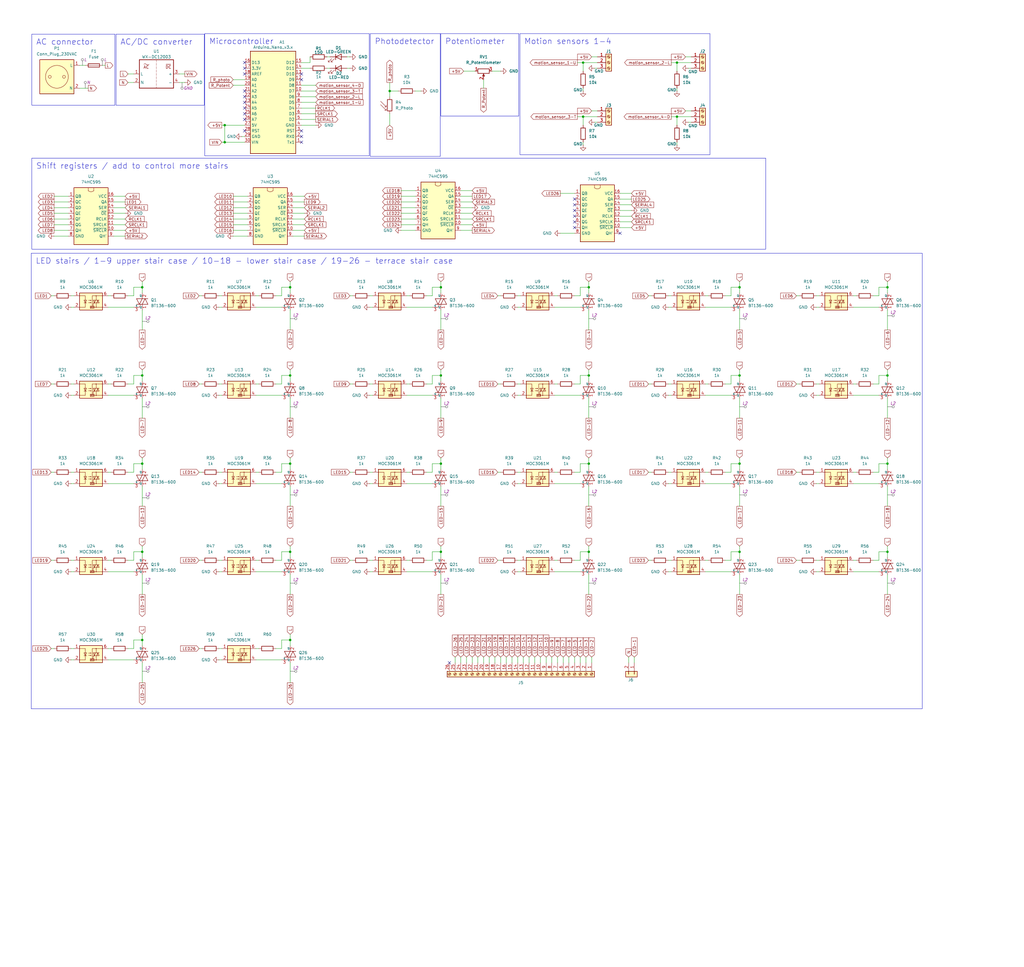
<source format=kicad_sch>
(kicad_sch (version 20231120) (generator "eeschema") (generator_version "8.0")
  (paper "User" 457.2 431.8)
  (lib_symbols
    (symbol "74xx:74HC595"
      (property "Reference" "U27" (at 2.1941 17.78 0))
      (property "Value" "74HC595" (at 2.1941 15.24 0))
      (symbol "74HC595_1_0"
        (pin tri_state line (at -10.16 8.89 0) (length 2.54) (name "QB") (number "1"))
        (pin input line (at 10.16 -6.35 180) (length 2.54) (name "~{SRCLR}") (number "10"))
        (pin input line (at 10.16 -3.81 180) (length 2.54) (name "SRCLK") (number "11"))
        (pin input line (at 10.16 -1.27 180) (length 2.54) (name "RCLK") (number "12"))
        (pin input line (at 10.16 1.27 180) (length 2.54) (name "~{OE}") (number "13"))
        (pin input line (at 10.16 3.81 180) (length 2.54) (name "SER") (number "14"))
        (pin tri_state line (at 10.16 6.35 180) (length 2.54) (name "QA") (number "15"))
        (pin power_in line (at 10.16 8.89 180) (length 2.54) (name "VCC") (number "16"))
        (pin tri_state line (at -10.16 6.35 0) (length 2.54) (name "QC") (number "2"))
        (pin tri_state line (at -10.16 3.81 0) (length 2.54) (name "QD") (number "3"))
        (pin tri_state line (at -10.16 1.27 0) (length 2.54) (name "QE") (number "4"))
        (pin tri_state line (at -10.16 -1.27 0) (length 2.54) (name "QF") (number "5"))
        (pin tri_state line (at -10.16 -3.81 0) (length 2.54) (name "QG") (number "6"))
        (pin tri_state line (at -10.16 -6.35 0) (length 2.54) (name "QH") (number "7"))
        (pin power_in line (at -10.16 -8.89 0) (length 2.54) (name "GND") (number "8"))
        (pin output line (at 10.16 -8.89 180) (length 2.54) (name "QH'") (number "9"))
      )
    )
    (symbol "Connector:Conn_Plug_2P"
      (property "Reference" "P1" (at 0 12.7 0))
      (property "Value" "Conn_Plug_230VAC" (at 0 10.16 0))
      (symbol "Conn_Plug_2P_1_1"
        (pin power_out line (at 10.16 5.08 180) (length 2.54) (name "L") (number "1"))
        (pin power_out line (at 10.16 -5.08 180) (length 2.54) (name "N") (number "2"))
      )
    )
    (symbol "Connector:Screw_Terminal_01x03" (pin_names (offset 1.016) hide)
      (property "Reference" "J" (at 0 5.08 0))
      (property "Value" "Screw_Terminal_01x03" (at 0 -5.08 0))
      (symbol "Screw_Terminal_01x03_1_1"
        (pin passive line (at -5.08 2.54 0) (length 3.81) (name "Pin_1") (number "1"))
        (pin passive line (at -5.08 0 0) (length 3.81) (name "Pin_2") (number "2"))
        (pin passive line (at -5.08 -2.54 0) (length 3.81) (name "Pin_3") (number "3"))
      )
    )
    (symbol "Connector:Screw_Terminal_01x26" (pin_names (offset 1.016) hide)
      (property "Reference" "J" (at 0 25.4 0))
      (property "Value" "Screw_Terminal_01x26" (at -3.302 -42.672 0))
      (symbol "Screw_Terminal_01x26_1_1"
        (pin passive line (at -5.08 22.86 0) (length 3.81) (name "Pin_1") (number "1"))
        (pin passive line (at -5.08 0 0) (length 3.81) (name "Pin_10") (number "10"))
        (pin passive line (at -5.08 -2.54 0) (length 3.81) (name "Pin_11") (number "11"))
        (pin passive line (at -5.08 -5.08 0) (length 3.81) (name "Pin_12") (number "12"))
        (pin passive line (at -5.08 -7.62 0) (length 3.81) (name "Pin_13") (number "13"))
        (pin passive line (at -5.08 -10.16 0) (length 3.81) (name "Pin_14") (number "14"))
        (pin passive line (at -5.08 -12.7 0) (length 3.81) (name "Pin_15") (number "15"))
        (pin passive line (at -5.08 -15.24 0) (length 3.81) (name "Pin_16") (number "16"))
        (pin passive line (at -5.08 -17.78 0) (length 3.81) (name "Pin_17") (number "17"))
        (pin passive line (at -5.08 -20.32 0) (length 3.81) (name "Pin_18") (number "18"))
        (pin passive line (at -5.08 -22.86 0) (length 3.81) (name "Pin_19") (number "19"))
        (pin passive line (at -5.08 20.32 0) (length 3.81) (name "Pin_2") (number "2"))
        (pin passive line (at -5.08 -25.4 0) (length 3.81) (name "Pin_20") (number "20"))
        (pin passive line (at -5.08 -27.94 0) (length 3.81) (name "Pin_21") (number "21"))
        (pin passive line (at -5.08 -30.48 0) (length 3.81) (name "Pin_22") (number "22"))
        (pin passive line (at -5.08 -33.02 0) (length 3.81) (name "Pin_23") (number "23"))
        (pin passive line (at -5.08 -35.56 0) (length 3.81) (name "Pin_24") (number "24"))
        (pin passive line (at -5.08 -38.1 0) (length 3.81) (name "Pin_25") (number "25"))
        (pin passive line (at -5.08 -40.64 0) (length 3.81) (name "Pin_26") (number "26"))
        (pin passive line (at -5.08 17.78 0) (length 3.81) (name "Pin_3") (number "3"))
        (pin passive line (at -5.08 15.24 0) (length 3.81) (name "Pin_4") (number "4"))
        (pin passive line (at -5.08 12.7 0) (length 3.81) (name "Pin_5") (number "5"))
        (pin passive line (at -5.08 10.16 0) (length 3.81) (name "Pin_6") (number "6"))
        (pin passive line (at -5.08 7.62 0) (length 3.81) (name "Pin_7") (number "7"))
        (pin passive line (at -5.08 5.08 0) (length 3.81) (name "Pin_8") (number "8"))
        (pin passive line (at -5.08 2.54 0) (length 3.81) (name "Pin_9") (number "9"))
      )
    )
    (symbol "Connector_Generic:Conn_01x02" (pin_names (offset 1.016) hide)
      (property "Reference" "J" (at 0 2.54 0))
      (property "Value" "Conn_01x02" (at 0 -5.08 0))
      (symbol "Conn_01x02_1_1"
        (pin passive line (at -5.08 0 0) (length 3.81) (name "Pin_1") (number "1"))
        (pin passive line (at -5.08 -2.54 0) (length 3.81) (name "Pin_2") (number "2"))
      )
    )
    (symbol "Converter_ACDC:WX-DC12003"
      (property "Reference" "U1" (at 0 10.16 0))
      (property "Value" "WX-DC12003" (at 0 7.62 0))
      (symbol "WX-DC12003_1_1"
        (text "AC" (at -4.572 3.048 0) (effects (font (size 1.27 1.27))))
        (text "DC" (at 5.334 3.048 0) (effects (font (size 1.27 1.27))))
        (pin power_in line (at -10.16 0 0) (length 2.54) (name "L") (number "1"))
        (pin power_in line (at -10.16 -3.81 0) (length 2.54) (name "N") (number "2"))
        (pin power_out line (at 10.16 0 180) (length 2.54) (name "+") (number "3"))
        (pin power_out line (at 10.16 -3.81 180) (length 2.54) (name "-") (number "4"))
      )
    )
    (symbol "Device:Fuse" (pin_numbers hide) (pin_names (offset 0))
      (property "Reference" "F1" (at 6.35 0 90))
      (property "Value" "Fuse" (at 3.81 0 90))
      (symbol "Fuse_1_1"
        (pin power_in line (at 0 3.81 270) (length 1.27) (name "~") (number "1"))
        (pin power_out line (at 0 -3.81 90) (length 1.27) (name "~") (number "2"))
      )
    )
    (symbol "Device:LED" (pin_numbers hide) (pin_names (offset 1.016) hide)
      (property "Reference" "D" (at 0 2.54 0))
      (property "Value" "LED" (at 0 -2.54 0))
      (symbol "LED_1_1"
        (pin passive line (at -3.81 0 0) (length 2.54) (name "K") (number "1"))
        (pin passive line (at 3.81 0 180) (length 2.54) (name "A") (number "2"))
      )
    )
    (symbol "Device:R" (pin_numbers hide) (pin_names (offset 0))
      (property "Reference" "R" (at 2.032 0 90))
      (property "Value" "R" (at 0 0 90))
      (symbol "R_1_1"
        (pin passive line (at 0 3.81 270) (length 1.27) (name "~") (number "1"))
        (pin passive line (at 0 -3.81 90) (length 1.27) (name "~") (number "2"))
      )
    )
    (symbol "Device:R_Photo" (pin_numbers hide) (pin_names (offset 0))
      (property "Reference" "R" (at 1.27 1.27 0))
      (property "Value" "R_Photo" (at 1.27 0 0))
      (symbol "R_Photo_1_1"
        (pin passive line (at 0 3.81 270) (length 1.27) (name "~") (number "1"))
        (pin passive line (at 0 -3.81 90) (length 1.27) (name "~") (number "2"))
      )
    )
    (symbol "Device:R_Potentiometer" (pin_names (offset 1.016) hide)
      (property "Reference" "RV1" (at -6.35 0 90))
      (property "Value" "R_Potentiometer" (at -3.81 0 90))
      (symbol "R_Potentiometer_1_1"
        (pin passive line (at 0 -3.81 90) (length 1.27) (name "1") (number "1"))
        (pin passive line (at 3.81 0 180) (length 1.27) (name "2") (number "2"))
        (pin passive line (at 0 3.81 270) (length 1.27) (name "3") (number "3"))
      )
    )
    (symbol "MCU_Module:Arduino_Nano_v3.x"
      (property "Reference" "A1" (at 4.7341 -25.4 0))
      (property "Value" "Arduino_Nano_v3.x" (at 4.7341 -27.94 0))
      (symbol "Arduino_Nano_v3.x_1_1"
        (pin bidirectional line (at 12.7 -17.78 180) (length 2.54) (name "Tx1") (number "1"))
        (pin bidirectional line (at 12.7 5.08 180) (length 2.54) (name "D7") (number "10"))
        (pin bidirectional line (at 12.7 7.62 180) (length 2.54) (name "D8") (number "11"))
        (pin bidirectional line (at 12.7 10.16 180) (length 2.54) (name "D9") (number "12"))
        (pin bidirectional line (at 12.7 12.7 180) (length 2.54) (name "D10") (number "13"))
        (pin bidirectional line (at 12.7 15.24 180) (length 2.54) (name "D11") (number "14"))
        (pin bidirectional line (at 12.7 17.78 180) (length 2.54) (name "D12") (number "15"))
        (pin bidirectional line (at -12.7 17.78 0) (length 2.54) (name "D13") (number "16"))
        (pin power_out line (at -12.7 15.24 0) (length 2.54) (name "3.3V") (number "17"))
        (pin input line (at -12.7 12.7 0) (length 2.54) (name "AREF") (number "18"))
        (pin bidirectional line (at -12.7 10.16 0) (length 2.54) (name "A0") (number "19"))
        (pin bidirectional line (at 12.7 -15.24 180) (length 2.54) (name "RX0") (number "2"))
        (pin bidirectional line (at -12.7 7.62 0) (length 2.54) (name "A1") (number "20"))
        (pin bidirectional line (at -12.7 5.08 0) (length 2.54) (name "A2") (number "21"))
        (pin bidirectional line (at -12.7 2.54 0) (length 2.54) (name "A3") (number "22"))
        (pin bidirectional line (at -12.7 0 0) (length 2.54) (name "A4") (number "23"))
        (pin bidirectional line (at -12.7 -2.54 0) (length 2.54) (name "A5") (number "24"))
        (pin bidirectional line (at -12.7 -5.08 0) (length 2.54) (name "A6") (number "25"))
        (pin bidirectional line (at -12.7 -7.62 0) (length 2.54) (name "A7") (number "26"))
        (pin power_out line (at -12.7 -10.16 0) (length 2.54) (name "5V") (number "27"))
        (pin input line (at -12.7 -12.7 0) (length 2.54) (name "RST") (number "28"))
        (pin power_in line (at -12.7 -15.24 0) (length 2.54) (name "GND") (number "29"))
        (pin input line (at 12.7 -12.7 180) (length 2.54) (name "RST") (number "3"))
        (pin power_in line (at -12.7 -17.78 0) (length 2.54) (name "VIN") (number "30"))
        (pin power_in line (at 12.7 -10.16 180) (length 2.54) (name "GND") (number "4"))
        (pin bidirectional line (at 12.7 -7.62 180) (length 2.54) (name "D2") (number "5"))
        (pin bidirectional line (at 12.7 -5.08 180) (length 2.54) (name "D3") (number "6"))
        (pin bidirectional line (at 12.7 -2.54 180) (length 2.54) (name "D4") (number "7"))
        (pin bidirectional line (at 12.7 0 180) (length 2.54) (name "D5") (number "8"))
        (pin bidirectional line (at 12.7 2.54 180) (length 2.54) (name "D6") (number "9"))
      )
    )
    (symbol "Relay_SolidState:MOC3061M"
      (property "Reference" "U" (at -5.08 5.08 0))
      (property "Value" "MOC3061M" (at 0 5.08 0))
      (symbol "MOC3061M_0_0"
        (text "ZCD" (at 0.508 -2.54 0) (effects (font (size 0.508 0.508))))
      )
      (symbol "MOC3061M_1_1"
        (pin passive line (at -7.62 2.54 0) (length 2.54) (name "~") (number "1"))
        (pin passive line (at -7.62 -2.54 0) (length 2.54) (name "~") (number "2"))
        (pin no_connect line (at -5.08 0 0) (length 2.54) hide (name "NC") (number "3"))
        (pin passive line (at 7.62 -2.54 180) (length 2.54) (name "~") (number "4"))
        (pin no_connect line (at 5.08 0 180) (length 2.54) hide (name "NC") (number "5"))
        (pin passive line (at 7.62 2.54 180) (length 2.54) (name "~") (number "6"))
      )
    )
    (symbol "Triac_Thyristor:BT136-600" (pin_names (offset 0))
      (property "Reference" "Q" (at 5.08 1.905 0))
      (property "Value" "BT136-600" (at 5.08 0 0))
      (symbol "BT136-600_1_1"
        (pin passive line (at 0 -3.81 90) (length 2.54) (name "A1") (number "1"))
        (pin passive line (at 0 3.81 270) (length 2.54) (name "A2") (number "2"))
        (pin input line (at -3.81 -2.54 0) (length 2.54) (name "G") (number "3"))
      )
    )
    (symbol "power:GND" (power) (pin_numbers hide) (pin_names (offset 0) hide)
      (property "Value" "GND" (at 0 -3.81 0))
      (symbol "GND_1_1"
        (pin power_in line (at 0 0 270) (length 0) (name "~") (number "1"))
      )
    )
  )
  (junction (at 100.33 63.5))
  (junction (at 196.85 128.27))
  (junction (at 196.85 207.01))
  (junction (at 260.35 27.94))
  (junction (at 302.26 52.07))
  (junction (at 396.24 246.38))
  (junction (at 63.5 128.27))
  (junction (at 129.54 246.38))
  (junction (at 129.54 167.64))
  (junction (at 396.24 167.64))
  (junction (at 63.5 246.38))
  (junction (at 196.85 167.64))
  (junction (at 262.89 167.64))
  (junction (at 302.26 27.94))
  (junction (at 129.54 285.75))
  (junction (at 129.54 207.01))
  (junction (at 63.5 207.01))
  (junction (at 330.2 207.01))
  (junction (at 63.5 285.75))
  (junction (at 262.89 128.27))
  (junction (at 100.33 55.88))
  (junction (at 396.24 128.27))
  (junction (at 330.2 246.38))
  (junction (at 262.89 207.01))
  (junction (at 396.24 207.01))
  (junction (at 330.2 167.64))
  (junction (at 262.89 246.38))
  (junction (at 63.5 167.64))
  (junction (at 330.2 128.27))
  (junction (at 129.54 128.27))
  (junction (at 260.35 52.07))
  (junction (at 196.85 246.38))
  (junction (at 173.99 40.64))
  (no_connect (at 256.54 88.9))
  (no_connect (at 109.22 40.64))
  (no_connect (at 256.54 93.98))
  (no_connect (at 134.62 63.5))
  (no_connect (at 109.22 27.94))
  (no_connect (at 109.22 53.34))
  (no_connect (at 109.22 43.18))
  (no_connect (at 134.62 33.02))
  (no_connect (at 109.22 45.72))
  (no_connect (at 109.22 30.48))
  (no_connect (at 134.62 35.56))
  (no_connect (at 256.54 91.44))
  (no_connect (at 109.22 50.8))
  (no_connect (at 200.66 295.91))
  (no_connect (at 109.22 33.02))
  (no_connect (at 109.22 48.26))
  (no_connect (at 256.54 101.6))
  (no_connect (at 276.86 104.14))
  (no_connect (at 256.54 96.52))
  (no_connect (at 134.62 58.42))
  (no_connect (at 109.22 58.42))
  (no_connect (at 134.62 60.96))
  (no_connect (at 256.54 99.06))
  (wire (pts (xy 57.15 33.02) (xy 59.69 33.02)))
  (wire (pts (xy 130.81 95.25) (xy 135.89 95.25)))
  (wire (pts (xy 330.2 125.73) (xy 330.2 128.27)))
  (wire (pts (xy 392.43 210.82) (xy 392.43 207.01)))
  (wire (pts (xy 130.81 105.41) (xy 135.89 105.41)))
  (wire (pts (xy 179.07 95.25) (xy 185.42 95.25)))
  (wire (pts (xy 114.3 289.56) (xy 115.57 289.56)))
  (wire (pts (xy 196.85 256.54) (xy 196.85 265.43)))
  (wire (pts (xy 314.96 250.19) (xy 316.23 250.19)))
  (wire (pts (xy 59.69 207.01) (xy 63.5 207.01)))
  (wire (pts (xy 289.56 132.08) (xy 290.83 132.08)))
  (wire (pts (xy 205.74 102.87) (xy 210.82 102.87)))
  (wire (pts (xy 205.74 97.79) (xy 210.82 97.79)))
  (wire (pts (xy 129.54 138.43) (xy 129.54 147.32)))
  (wire (pts (xy 181.61 176.53) (xy 193.04 176.53)))
  (wire (pts (xy 63.5 246.38) (xy 63.5 248.92)))
  (wire (pts (xy 330.2 256.54) (xy 330.2 265.43)))
  (wire (pts (xy 48.26 210.82) (xy 49.53 210.82)))
  (wire (pts (xy 314.96 132.08) (xy 316.23 132.08)))
  (wire (pts (xy 247.65 255.27) (xy 259.08 255.27)))
  (wire (pts (xy 50.8 90.17) (xy 55.88 90.17)))
  (wire (pts (xy 223.52 293.37) (xy 223.52 295.91)))
  (wire (pts (xy 129.54 217.17) (xy 129.54 226.06)))
  (wire (pts (xy 59.69 250.19) (xy 59.69 246.38)))
  (wire (pts (xy 181.61 171.45) (xy 182.88 171.45)))
  (wire (pts (xy 260.35 27.94) (xy 260.35 31.75)))
  (wire (pts (xy 381 215.9) (xy 392.43 215.9)))
  (wire (pts (xy 181.61 132.08) (xy 182.88 132.08)))
  (wire (pts (xy 104.14 97.79) (xy 110.49 97.79)))
  (wire (pts (xy 231.14 210.82) (xy 232.41 210.82)))
  (wire (pts (xy 173.99 40.64) (xy 173.99 43.18)))
  (wire (pts (xy 179.07 87.63) (xy 185.42 87.63)))
  (wire (pts (xy 355.6 250.19) (xy 356.87 250.19)))
  (wire (pts (xy 125.73 289.56) (xy 125.73 285.75)))
  (wire (pts (xy 381 137.16) (xy 392.43 137.16)))
  (wire (pts (xy 129.54 177.8) (xy 129.54 186.69)))
  (wire (pts (xy 63.5 204.47) (xy 63.5 207.01)))
  (wire (pts (xy 97.79 255.27) (xy 99.06 255.27)))
  (wire (pts (xy 63.5 138.43) (xy 63.5 147.32)))
  (wire (pts (xy 306.07 49.53) (xy 308.61 49.53)))
  (wire (pts (xy 97.79 250.19) (xy 99.06 250.19)))
  (wire (pts (xy 123.19 250.19) (xy 125.73 250.19)))
  (wire (pts (xy 247.65 176.53) (xy 259.08 176.53)))
  (wire (pts (xy 323.85 132.08) (xy 326.39 132.08)))
  (wire (pts (xy 88.9 171.45) (xy 90.17 171.45)))
  (wire (pts (xy 396.24 243.84) (xy 396.24 246.38)))
  (wire (pts (xy 31.75 132.08) (xy 33.02 132.08)))
  (wire (pts (xy 228.6 293.37) (xy 228.6 295.91)))
  (wire (pts (xy 251.46 293.37) (xy 251.46 295.91)))
  (wire (pts (xy 88.9 250.19) (xy 90.17 250.19)))
  (wire (pts (xy 190.5 132.08) (xy 193.04 132.08)))
  (wire (pts (xy 196.85 177.8) (xy 196.85 186.69)))
  (wire (pts (xy 203.2 293.37) (xy 203.2 295.91)))
  (wire (pts (xy 193.04 250.19) (xy 193.04 246.38)))
  (wire (pts (xy 129.54 165.1) (xy 129.54 167.64)))
  (wire (pts (xy 396.24 177.8) (xy 396.24 186.69)))
  (wire (pts (xy 262.89 256.54) (xy 262.89 265.43)))
  (wire (pts (xy 205.74 85.09) (xy 210.82 85.09)))
  (wire (pts (xy 256.54 293.37) (xy 256.54 295.91)))
  (wire (pts (xy 355.6 171.45) (xy 356.87 171.45)))
  (wire (pts (xy 364.49 210.82) (xy 365.76 210.82)))
  (wire (pts (xy 323.85 171.45) (xy 326.39 171.45)))
  (wire (pts (xy 247.65 171.45) (xy 248.92 171.45)))
  (wire (pts (xy 125.73 171.45) (xy 125.73 167.64)))
  (wire (pts (xy 256.54 171.45) (xy 259.08 171.45)))
  (wire (pts (xy 24.13 97.79) (xy 30.48 97.79)))
  (wire (pts (xy 31.75 289.56) (xy 33.02 289.56)))
  (wire (pts (xy 256.54 132.08) (xy 259.08 132.08)))
  (wire (pts (xy 24.13 102.87) (xy 30.48 102.87)))
  (wire (pts (xy 260.35 39.37) (xy 260.35 40.64)))
  (wire (pts (xy 330.2 165.1) (xy 330.2 167.64)))
  (wire (pts (xy 146.05 25.4) (xy 147.32 25.4)))
  (wire (pts (xy 396.24 128.27) (xy 396.24 130.81)))
  (wire (pts (xy 302.26 63.5) (xy 302.26 64.77)))
  (wire (pts (xy 396.24 138.43) (xy 396.24 147.32)))
  (wire (pts (xy 179.07 97.79) (xy 185.42 97.79)))
  (wire (pts (xy 63.5 167.64) (xy 63.5 170.18)))
  (wire (pts (xy 392.43 246.38) (xy 396.24 246.38)))
  (wire (pts (xy 259.08 132.08) (xy 259.08 128.27)))
  (wire (pts (xy 63.5 165.1) (xy 63.5 167.64)))
  (wire (pts (xy 63.5 177.8) (xy 63.5 186.69)))
  (wire (pts (xy 256.54 250.19) (xy 259.08 250.19)))
  (wire (pts (xy 231.14 176.53) (xy 232.41 176.53)))
  (wire (pts (xy 196.85 128.27) (xy 196.85 130.81)))
  (wire (pts (xy 138.43 25.4) (xy 138.43 27.94)))
  (wire (pts (xy 238.76 293.37) (xy 238.76 295.91)))
  (wire (pts (xy 326.39 132.08) (xy 326.39 128.27)))
  (wire (pts (xy 63.5 207.01) (xy 63.5 209.55)))
  (wire (pts (xy 57.15 171.45) (xy 59.69 171.45)))
  (wire (pts (xy 114.3 255.27) (xy 125.73 255.27)))
  (wire (pts (xy 31.75 294.64) (xy 33.02 294.64)))
  (wire (pts (xy 50.8 102.87) (xy 55.88 102.87)))
  (wire (pts (xy 99.06 63.5) (xy 100.33 63.5)))
  (wire (pts (xy 392.43 167.64) (xy 396.24 167.64)))
  (wire (pts (xy 222.25 171.45) (xy 223.52 171.45)))
  (wire (pts (xy 314.96 171.45) (xy 316.23 171.45)))
  (wire (pts (xy 179.07 102.87) (xy 185.42 102.87)))
  (wire (pts (xy 48.26 176.53) (xy 59.69 176.53)))
  (wire (pts (xy 165.1 215.9) (xy 166.37 215.9)))
  (wire (pts (xy 48.26 250.19) (xy 49.53 250.19)))
  (wire (pts (xy 259.08 167.64) (xy 262.89 167.64)))
  (wire (pts (xy 24.13 95.25) (xy 30.48 95.25)))
  (wire (pts (xy 114.3 171.45) (xy 115.57 171.45)))
  (wire (pts (xy 190.5 171.45) (xy 193.04 171.45)))
  (wire (pts (xy 134.62 27.94) (xy 138.43 27.94)))
  (wire (pts (xy 134.62 45.72) (xy 140.97 45.72)))
  (wire (pts (xy 276.86 86.36) (xy 281.94 86.36)))
  (wire (pts (xy 213.36 293.37) (xy 213.36 295.91)))
  (wire (pts (xy 207.01 31.75) (xy 212.09 31.75)))
  (wire (pts (xy 396.24 207.01) (xy 396.24 209.55)))
  (wire (pts (xy 129.54 256.54) (xy 129.54 265.43)))
  (wire (pts (xy 205.74 87.63) (xy 210.82 87.63)))
  (wire (pts (xy 57.15 36.83) (xy 59.69 36.83)))
  (wire (pts (xy 364.49 176.53) (xy 365.76 176.53)))
  (wire (pts (xy 299.72 27.94) (xy 302.26 27.94)))
  (wire (pts (xy 289.56 171.45) (xy 290.83 171.45)))
  (wire (pts (xy 298.45 171.45) (xy 299.72 171.45)))
  (wire (pts (xy 298.45 255.27) (xy 299.72 255.27)))
  (wire (pts (xy 165.1 255.27) (xy 166.37 255.27)))
  (wire (pts (xy 130.81 87.63) (xy 135.89 87.63)))
  (wire (pts (xy 97.79 176.53) (xy 99.06 176.53)))
  (wire (pts (xy 97.79 171.45) (xy 99.06 171.45)))
  (wire (pts (xy 314.96 215.9) (xy 326.39 215.9)))
  (wire (pts (xy 193.04 128.27) (xy 196.85 128.27)))
  (wire (pts (xy 298.45 132.08) (xy 299.72 132.08)))
  (wire (pts (xy 48.26 171.45) (xy 49.53 171.45)))
  (wire (pts (xy 156.21 250.19) (xy 157.48 250.19)))
  (wire (pts (xy 130.81 92.71) (xy 135.89 92.71)))
  (wire (pts (xy 364.49 137.16) (xy 365.76 137.16)))
  (wire (pts (xy 299.72 52.07) (xy 302.26 52.07)))
  (wire (pts (xy 259.08 207.01) (xy 262.89 207.01)))
  (wire (pts (xy 193.04 246.38) (xy 196.85 246.38)))
  (wire (pts (xy 88.9 289.56) (xy 90.17 289.56)))
  (wire (pts (xy 193.04 207.01) (xy 196.85 207.01)))
  (wire (pts (xy 190.5 250.19) (xy 193.04 250.19)))
  (wire (pts (xy 262.89 207.01) (xy 262.89 209.55)))
  (wire (pts (xy 125.73 250.19) (xy 125.73 246.38)))
  (wire (pts (xy 280.67 293.37) (xy 280.67 295.91)))
  (wire (pts (xy 24.13 105.41) (xy 30.48 105.41)))
  (wire (pts (xy 396.24 256.54) (xy 396.24 265.43)))
  (wire (pts (xy 156.21 132.08) (xy 157.48 132.08)))
  (wire (pts (xy 302.26 27.94) (xy 308.61 27.94)))
  (wire (pts (xy 326.39 246.38) (xy 330.2 246.38)))
  (wire (pts (xy 80.01 33.02) (xy 82.55 33.02)))
  (wire (pts (xy 326.39 207.01) (xy 330.2 207.01)))
  (wire (pts (xy 389.89 250.19) (xy 392.43 250.19)))
  (wire (pts (xy 262.89 243.84) (xy 262.89 246.38)))
  (wire (pts (xy 154.94 25.4) (xy 156.21 25.4)))
  (wire (pts (xy 196.85 204.47) (xy 196.85 207.01)))
  (wire (pts (xy 63.5 283.21) (xy 63.5 285.75)))
  (wire (pts (xy 24.13 100.33) (xy 30.48 100.33)))
  (wire (pts (xy 59.69 246.38) (xy 63.5 246.38)))
  (wire (pts (xy 389.89 132.08) (xy 392.43 132.08)))
  (wire (pts (xy 129.54 246.38) (xy 129.54 248.92)))
  (wire (pts (xy 130.81 97.79) (xy 135.89 97.79)))
  (wire (pts (xy 129.54 125.73) (xy 129.54 128.27)))
  (wire (pts (xy 50.8 105.41) (xy 55.88 105.41)))
  (wire (pts (xy 193.04 167.64) (xy 196.85 167.64)))
  (wire (pts (xy 265.43 54.61) (xy 266.7 54.61)))
  (wire (pts (xy 48.26 255.27) (xy 59.69 255.27)))
  (wire (pts (xy 114.3 137.16) (xy 125.73 137.16)))
  (wire (pts (xy 97.79 215.9) (xy 99.06 215.9)))
  (wire (pts (xy 219.71 31.75) (xy 223.52 31.75)))
  (wire (pts (xy 134.62 55.88) (xy 140.97 55.88)))
  (wire (pts (xy 326.39 171.45) (xy 326.39 167.64)))
  (wire (pts (xy 165.1 210.82) (xy 166.37 210.82)))
  (wire (pts (xy 298.45 215.9) (xy 299.72 215.9)))
  (wire (pts (xy 381 176.53) (xy 392.43 176.53)))
  (wire (pts (xy 165.1 137.16) (xy 166.37 137.16)))
  (wire (pts (xy 57.15 289.56) (xy 59.69 289.56)))
  (wire (pts (xy 247.65 250.19) (xy 248.92 250.19)))
  (wire (pts (xy 302.26 27.94) (xy 302.26 31.75)))
  (wire (pts (xy 231.14 132.08) (xy 232.41 132.08)))
  (wire (pts (xy 250.19 86.36) (xy 256.54 86.36)))
  (wire (pts (xy 123.19 210.82) (xy 125.73 210.82)))
  (wire (pts (xy 226.06 293.37) (xy 226.06 295.91)))
  (wire (pts (xy 114.3 132.08) (xy 115.57 132.08)))
  (wire (pts (xy 306.07 25.4) (xy 308.61 25.4)))
  (wire (pts (xy 125.73 210.82) (xy 125.73 207.01)))
  (wire (pts (xy 179.07 90.17) (xy 185.42 90.17)))
  (wire (pts (xy 125.73 285.75) (xy 129.54 285.75)))
  (wire (pts (xy 24.13 90.17) (xy 30.48 90.17)))
  (wire (pts (xy 276.86 91.44) (xy 281.94 91.44)))
  (wire (pts (xy 130.81 100.33) (xy 135.89 100.33)))
  (wire (pts (xy 181.61 210.82) (xy 182.88 210.82)))
  (wire (pts (xy 326.39 167.64) (xy 330.2 167.64)))
  (wire (pts (xy 100.33 55.88) (xy 100.33 63.5)))
  (wire (pts (xy 326.39 128.27) (xy 330.2 128.27)))
  (wire (pts (xy 323.85 250.19) (xy 326.39 250.19)))
  (wire (pts (xy 165.1 171.45) (xy 166.37 171.45)))
  (wire (pts (xy 298.45 137.16) (xy 299.72 137.16)))
  (wire (pts (xy 179.07 85.09) (xy 185.42 85.09)))
  (wire (pts (xy 22.86 171.45) (xy 24.13 171.45)))
  (wire (pts (xy 231.14 215.9) (xy 232.41 215.9)))
  (wire (pts (xy 165.1 132.08) (xy 166.37 132.08)))
  (wire (pts (xy 130.81 102.87) (xy 135.89 102.87)))
  (wire (pts (xy 208.28 293.37) (xy 208.28 295.91)))
  (wire (pts (xy 63.5 217.17) (xy 63.5 226.06)))
  (wire (pts (xy 48.26 132.08) (xy 49.53 132.08)))
  (wire (pts (xy 314.96 176.53) (xy 326.39 176.53)))
  (wire (pts (xy 289.56 250.19) (xy 290.83 250.19)))
  (wire (pts (xy 231.14 293.37) (xy 231.14 295.91)))
  (wire (pts (xy 31.75 176.53) (xy 33.02 176.53)))
  (wire (pts (xy 276.86 93.98) (xy 281.94 93.98)))
  (wire (pts (xy 125.73 132.08) (xy 125.73 128.27)))
  (wire (pts (xy 181.61 215.9) (xy 193.04 215.9)))
  (wire (pts (xy 220.98 293.37) (xy 220.98 295.91)))
  (wire (pts (xy 302.26 52.07) (xy 302.26 55.88)))
  (wire (pts (xy 196.85 125.73) (xy 196.85 128.27)))
  (wire (pts (xy 205.74 92.71) (xy 210.82 92.71)))
  (wire (pts (xy 247.65 215.9) (xy 259.08 215.9)))
  (wire (pts (xy 247.65 137.16) (xy 259.08 137.16)))
  (wire (pts (xy 88.9 210.82) (xy 90.17 210.82)))
  (wire (pts (xy 165.1 250.19) (xy 166.37 250.19)))
  (wire (pts (xy 63.5 295.91) (xy 63.5 304.8)))
  (wire (pts (xy 134.62 53.34) (xy 140.97 53.34)))
  (wire (pts (xy 298.45 176.53) (xy 299.72 176.53)))
  (wire (pts (xy 104.14 87.63) (xy 110.49 87.63)))
  (wire (pts (xy 231.14 137.16) (xy 232.41 137.16)))
  (wire (pts (xy 283.21 293.37) (xy 283.21 295.91)))
  (wire (pts (xy 392.43 250.19) (xy 392.43 246.38)))
  (wire (pts (xy 50.8 100.33) (xy 55.88 100.33)))
  (wire (pts (xy 31.75 210.82) (xy 33.02 210.82)))
  (wire (pts (xy 302.26 52.07) (xy 308.61 52.07)))
  (wire (pts (xy 298.45 250.19) (xy 299.72 250.19)))
  (wire (pts (xy 246.38 293.37) (xy 246.38 295.91)))
  (wire (pts (xy 196.85 217.17) (xy 196.85 226.06)))
  (wire (pts (xy 364.49 250.19) (xy 365.76 250.19)))
  (wire (pts (xy 330.2 128.27) (xy 330.2 130.81)))
  (wire (pts (xy 330.2 204.47) (xy 330.2 207.01)))
  (wire (pts (xy 173.99 40.64) (xy 177.8 40.64)))
  (wire (pts (xy 381 250.19) (xy 382.27 250.19)))
  (wire (pts (xy 196.85 165.1) (xy 196.85 167.64)))
  (wire (pts (xy 323.85 210.82) (xy 326.39 210.82)))
  (wire (pts (xy 129.54 167.64) (xy 129.54 170.18)))
  (wire (pts (xy 31.75 250.19) (xy 33.02 250.19)))
  (wire (pts (xy 326.39 210.82) (xy 326.39 207.01)))
  (wire (pts (xy 259.08 246.38) (xy 262.89 246.38)))
  (wire (pts (xy 276.86 99.06) (xy 281.94 99.06)))
  (wire (pts (xy 330.2 167.64) (xy 330.2 170.18)))
  (wire (pts (xy 326.39 250.19) (xy 326.39 246.38)))
  (wire (pts (xy 63.5 256.54) (xy 63.5 265.43)))
  (wire (pts (xy 262.89 204.47) (xy 262.89 207.01)))
  (wire (pts (xy 59.69 132.08) (xy 59.69 128.27)))
  (wire (pts (xy 59.69 285.75) (xy 63.5 285.75)))
  (wire (pts (xy 231.14 250.19) (xy 232.41 250.19)))
  (wire (pts (xy 48.26 215.9) (xy 59.69 215.9)))
  (wire (pts (xy 210.82 293.37) (xy 210.82 295.91)))
  (wire (pts (xy 97.79 137.16) (xy 99.06 137.16)))
  (wire (pts (xy 123.19 289.56) (xy 125.73 289.56)))
  (wire (pts (xy 173.99 50.8) (xy 173.99 55.88)))
  (wire (pts (xy 185.42 40.64) (xy 187.96 40.64)))
  (wire (pts (xy 104.14 92.71) (xy 110.49 92.71)))
  (wire (pts (xy 147.32 30.48) (xy 146.05 30.48)))
  (wire (pts (xy 264.16 25.4) (xy 266.7 25.4)))
  (wire (pts (xy 63.5 125.73) (xy 63.5 128.27)))
  (wire (pts (xy 392.43 128.27) (xy 396.24 128.27)))
  (wire (pts (xy 59.69 210.82) (xy 59.69 207.01)))
  (wire (pts (xy 259.08 171.45) (xy 259.08 167.64)))
  (wire (pts (xy 173.99 36.83) (xy 173.99 40.64)))
  (wire (pts (xy 205.74 100.33) (xy 210.82 100.33)))
  (wire (pts (xy 396.24 167.64) (xy 396.24 170.18)))
  (wire (pts (xy 260.35 27.94) (xy 266.7 27.94)))
  (wire (pts (xy 107.95 60.96) (xy 109.22 60.96)))
  (wire (pts (xy 243.84 293.37) (xy 243.84 295.91)))
  (wire (pts (xy 248.92 293.37) (xy 248.92 295.91)))
  (wire (pts (xy 389.89 210.82) (xy 392.43 210.82)))
  (wire (pts (xy 63.5 285.75) (xy 63.5 288.29)))
  (wire (pts (xy 355.6 210.82) (xy 356.87 210.82)))
  (wire (pts (xy 97.79 289.56) (xy 99.06 289.56)))
  (wire (pts (xy 330.2 207.01) (xy 330.2 209.55)))
  (wire (pts (xy 260.35 52.07) (xy 260.35 55.88)))
  (wire (pts (xy 396.24 125.73) (xy 396.24 128.27)))
  (wire (pts (xy 381 210.82) (xy 382.27 210.82)))
  (wire (pts (xy 260.35 63.5) (xy 260.35 64.77)))
  (wire (pts (xy 123.19 132.08) (xy 125.73 132.08)))
  (wire (pts (xy 134.62 48.26) (xy 140.97 48.26)))
  (wire (pts (xy 129.54 295.91) (xy 129.54 304.8)))
  (wire (pts (xy 35.56 39.37) (xy 39.37 39.37)))
  (wire (pts (xy 129.54 128.27) (xy 129.54 130.81)))
  (wire (pts (xy 193.04 132.08) (xy 193.04 128.27)))
  (wire (pts (xy 265.43 30.48) (xy 266.7 30.48)))
  (wire (pts (xy 196.85 246.38) (xy 196.85 248.92)))
  (wire (pts (xy 130.81 90.17) (xy 135.89 90.17)))
  (wire (pts (xy 262.89 217.17) (xy 262.89 226.06)))
  (wire (pts (xy 125.73 207.01) (xy 129.54 207.01)))
  (wire (pts (xy 298.45 210.82) (xy 299.72 210.82)))
  (wire (pts (xy 22.86 289.56) (xy 24.13 289.56)))
  (wire (pts (xy 154.94 30.48) (xy 156.21 30.48)))
  (wire (pts (xy 31.75 255.27) (xy 33.02 255.27)))
  (wire (pts (xy 262.89 165.1) (xy 262.89 167.64)))
  (wire (pts (xy 129.54 207.01) (xy 129.54 209.55)))
  (wire (pts (xy 22.86 250.19) (xy 24.13 250.19)))
  (wire (pts (xy 104.14 35.56) (xy 109.22 35.56)))
  (wire (pts (xy 129.54 243.84) (xy 129.54 246.38)))
  (wire (pts (xy 22.86 210.82) (xy 24.13 210.82)))
  (wire (pts (xy 260.35 52.07) (xy 266.7 52.07)))
  (wire (pts (xy 125.73 246.38) (xy 129.54 246.38)))
  (wire (pts (xy 22.86 132.08) (xy 24.13 132.08)))
  (wire (pts (xy 50.8 92.71) (xy 55.88 92.71)))
  (wire (pts (xy 123.19 171.45) (xy 125.73 171.45)))
  (wire (pts (xy 276.86 101.6) (xy 281.94 101.6)))
  (wire (pts (xy 330.2 177.8) (xy 330.2 186.69)))
  (wire (pts (xy 218.44 293.37) (xy 218.44 295.91)))
  (wire (pts (xy 233.68 293.37) (xy 233.68 295.91)))
  (wire (pts (xy 63.5 128.27) (xy 63.5 130.81)))
  (wire (pts (xy 50.8 97.79) (xy 55.88 97.79)))
  (wire (pts (xy 114.3 210.82) (xy 115.57 210.82)))
  (wire (pts (xy 31.75 171.45) (xy 33.02 171.45)))
  (wire (pts (xy 307.34 30.48) (xy 308.61 30.48)))
  (wire (pts (xy 264.16 49.53) (xy 266.7 49.53)))
  (wire (pts (xy 48.26 137.16) (xy 59.69 137.16)))
  (wire (pts (xy 262.89 246.38) (xy 262.89 248.92)))
  (wire (pts (xy 59.69 289.56) (xy 59.69 285.75)))
  (wire (pts (xy 392.43 132.08) (xy 392.43 128.27)))
  (wire (pts (xy 24.13 92.71) (xy 30.48 92.71)))
  (wire (pts (xy 264.16 293.37) (xy 264.16 295.91)))
  (wire (pts (xy 134.62 43.18) (xy 140.97 43.18)))
  (wire (pts (xy 125.73 167.64) (xy 129.54 167.64)))
  (wire (pts (xy 259.08 128.27) (xy 262.89 128.27)))
  (wire (pts (xy 31.75 215.9) (xy 33.02 215.9)))
  (wire (pts (xy 355.6 132.08) (xy 356.87 132.08)))
  (wire (pts (xy 104.14 90.17) (xy 110.49 90.17)))
  (wire (pts (xy 396.24 217.17) (xy 396.24 226.06)))
  (wire (pts (xy 364.49 215.9) (xy 365.76 215.9)))
  (wire (pts (xy 257.81 27.94) (xy 260.35 27.94)))
  (wire (pts (xy 396.24 165.1) (xy 396.24 167.64)))
  (wire (pts (xy 307.34 54.61) (xy 308.61 54.61)))
  (wire (pts (xy 24.13 87.63) (xy 30.48 87.63)))
  (wire (pts (xy 50.8 87.63) (xy 55.88 87.63)))
  (wire (pts (xy 179.07 100.33) (xy 185.42 100.33)))
  (wire (pts (xy 104.14 38.1) (xy 109.22 38.1)))
  (wire (pts (xy 262.89 177.8) (xy 262.89 186.69)))
  (wire (pts (xy 190.5 210.82) (xy 193.04 210.82)))
  (wire (pts (xy 181.61 255.27) (xy 193.04 255.27)))
  (wire (pts (xy 129.54 283.21) (xy 129.54 285.75)))
  (wire (pts (xy 389.89 171.45) (xy 392.43 171.45)))
  (wire (pts (xy 104.14 95.25) (xy 110.49 95.25)))
  (wire (pts (xy 48.26 294.64) (xy 59.69 294.64)))
  (wire (pts (xy 392.43 207.01) (xy 396.24 207.01)))
  (wire (pts (xy 247.65 132.08) (xy 248.92 132.08)))
  (wire (pts (xy 247.65 210.82) (xy 248.92 210.82)))
  (wire (pts (xy 129.54 204.47) (xy 129.54 207.01)))
  (wire (pts (xy 156.21 210.82) (xy 157.48 210.82)))
  (wire (pts (xy 261.62 293.37) (xy 261.62 295.91)))
  (wire (pts (xy 80.01 36.83) (xy 82.55 36.83)))
  (wire (pts (xy 31.75 137.16) (xy 33.02 137.16)))
  (wire (pts (xy 57.15 250.19) (xy 59.69 250.19)))
  (wire (pts (xy 59.69 171.45) (xy 59.69 167.64)))
  (wire (pts (xy 241.3 293.37) (xy 241.3 295.91)))
  (wire (pts (xy 193.04 171.45) (xy 193.04 167.64)))
  (wire (pts (xy 57.15 132.08) (xy 59.69 132.08)))
  (wire (pts (xy 364.49 171.45) (xy 365.76 171.45)))
  (wire (pts (xy 114.3 176.53) (xy 125.73 176.53)))
  (wire (pts (xy 314.96 255.27) (xy 326.39 255.27)))
  (wire (pts (xy 59.69 167.64) (xy 63.5 167.64)))
  (wire (pts (xy 205.74 95.25) (xy 210.82 95.25)))
  (wire (pts (xy 181.61 250.19) (xy 182.88 250.19)))
  (wire (pts (xy 205.74 90.17) (xy 210.82 90.17)))
  (wire (pts (xy 134.62 38.1) (xy 140.97 38.1)))
  (wire (pts (xy 276.86 88.9) (xy 281.94 88.9)))
  (wire (pts (xy 259.08 210.82) (xy 259.08 207.01)))
  (wire (pts (xy 181.61 137.16) (xy 193.04 137.16)))
  (wire (pts (xy 50.8 95.25) (xy 55.88 95.25)))
  (wire (pts (xy 392.43 171.45) (xy 392.43 167.64)))
  (wire (pts (xy 134.62 50.8) (xy 140.97 50.8)))
  (wire (pts (xy 262.89 128.27) (xy 262.89 130.81)))
  (wire (pts (xy 330.2 246.38) (xy 330.2 248.92)))
  (wire (pts (xy 215.9 35.56) (xy 215.9 39.37)))
  (wire (pts (xy 97.79 132.08) (xy 99.06 132.08)))
  (wire (pts (xy 330.2 138.43) (xy 330.2 147.32)))
  (wire (pts (xy 165.1 176.53) (xy 166.37 176.53)))
  (wire (pts (xy 259.08 293.37) (xy 259.08 295.91)))
  (wire (pts (xy 193.04 210.82) (xy 193.04 207.01)))
  (wire (pts (xy 196.85 243.84) (xy 196.85 246.38)))
  (wire (pts (xy 134.62 30.48) (xy 138.43 30.48)))
  (wire (pts (xy 222.25 250.19) (xy 223.52 250.19)))
  (wire (pts (xy 59.69 128.27) (xy 63.5 128.27)))
  (wire (pts (xy 256.54 210.82) (xy 259.08 210.82)))
  (wire (pts (xy 196.85 167.64) (xy 196.85 170.18)))
  (wire (pts (xy 222.25 132.08) (xy 223.52 132.08)))
  (wire (pts (xy 97.79 294.64) (xy 99.06 294.64)))
  (wire (pts (xy 314.96 210.82) (xy 316.23 210.82)))
  (wire (pts (xy 289.56 210.82) (xy 290.83 210.82)))
  (wire (pts (xy 114.3 250.19) (xy 115.57 250.19)))
  (wire (pts (xy 205.74 293.37) (xy 205.74 295.91)))
  (wire (pts (xy 45.72 29.21) (xy 46.99 29.21)))
  (wire (pts (xy 236.22 293.37) (xy 236.22 295.91)))
  (wire (pts (xy 125.73 128.27) (xy 129.54 128.27)))
  (wire (pts (xy 129.54 285.75) (xy 129.54 288.29)))
  (wire (pts (xy 250.19 104.14) (xy 256.54 104.14)))
  (wire (pts (xy 262.89 167.64) (xy 262.89 170.18)))
  (wire (pts (xy 134.62 40.64) (xy 140.97 40.64)))
  (wire (pts (xy 231.14 255.27) (xy 232.41 255.27)))
  (wire (pts (xy 257.81 52.07) (xy 260.35 52.07)))
  (wire (pts (xy 104.14 105.41) (xy 110.49 105.41)))
  (wire (pts (xy 254 293.37) (xy 254 295.91)))
  (wire (pts (xy 99.06 55.88) (xy 100.33 55.88)))
  (wire (pts (xy 63.5 243.84) (xy 63.5 246.38)))
  (wire (pts (xy 100.33 55.88) (xy 109.22 55.88)))
  (wire (pts (xy 35.56 29.21) (xy 38.1 29.21)))
  (wire (pts (xy 196.85 207.01) (xy 196.85 209.55)))
  (wire (pts (xy 104.14 102.87) (xy 110.49 102.87)))
  (wire (pts (xy 179.07 92.71) (xy 185.42 92.71)))
  (wire (pts (xy 396.24 246.38) (xy 396.24 248.92)))
  (wire (pts (xy 381 132.08) (xy 382.27 132.08)))
  (wire (pts (xy 262.89 125.73) (xy 262.89 128.27)))
  (wire (pts (xy 262.89 138.43) (xy 262.89 147.32)))
  (wire (pts (xy 196.85 138.43) (xy 196.85 147.32)))
  (wire (pts (xy 259.08 250.19) (xy 259.08 246.38)))
  (wire (pts (xy 222.25 210.82) (xy 223.52 210.82)))
  (wire (pts (xy 364.49 255.27) (xy 365.76 255.27)))
  (wire (pts (xy 114.3 294.64) (xy 125.73 294.64)))
  (wire (pts (xy 114.3 215.9) (xy 125.73 215.9)))
  (wire (pts (xy 104.14 100.33) (xy 110.49 100.33)))
  (wire (pts (xy 330.2 217.17) (xy 330.2 226.06)))
  (wire (pts (xy 97.79 210.82) (xy 99.06 210.82)))
  (wire (pts (xy 48.26 289.56) (xy 49.53 289.56)))
  (wire (pts (xy 364.49 132.08) (xy 365.76 132.08)))
  (wire (pts (xy 100.33 63.5) (xy 109.22 63.5)))
  (wire (pts (xy 231.14 171.45) (xy 232.41 171.45)))
  (wire (pts (xy 88.9 132.08) (xy 90.17 132.08)))
  (wire (pts (xy 396.24 204.47) (xy 396.24 207.01)))
  (wire (pts (xy 381 171.45) (xy 382.27 171.45)))
  (wire (pts (xy 302.26 39.37) (xy 302.26 40.64)))
  (wire (pts (xy 215.9 293.37) (xy 215.9 295.91)))
  (wire (pts (xy 156.21 171.45) (xy 157.48 171.45)))
  (wire (pts (xy 314.96 137.16) (xy 326.39 137.16)))
  (wire (pts (xy 381 255.27) (xy 392.43 255.27)))
  (wire (pts (xy 330.2 243.84) (xy 330.2 246.38)))
  (wire (pts (xy 276.86 96.52) (xy 281.94 96.52)))
  (wire (pts (xy 57.15 210.82) (xy 59.69 210.82)))
  (text_box "Potentiometer" (at 196.85 14.986 0) (size 34.798 36.83) (effects (font (size 2.54 2.54)) (justify left top)))
  (text_box "AC connector" (at 14.224 15.24 0) (size 37.084 31.75) (effects (font (size 2.54 2.54)) (justify left top)))
  (text_box "LED stairs / 1-9 upper stair case / 10-18 - lower stair case / 19-26 - terrace stair case" (at 13.97 113.03 0) (size 397.764 203.454) (effects (font (size 2.54 2.54)) (justify left top)))
  (text_box "AC/DC converter" (at 51.816 15.24 0) (size 39.37 31.75) (effects (font (size 2.54 2.54)) (justify left top)))
  (text_box "Microcontroller" (at 91.44 14.986 0) (size 73.406 54.61) (effects (font (size 2.54 2.54)) (justify left top)))
  (text_box "Motion sensors 1-4" (at 232.156 14.986 0) (size 84.836 54.102) (effects (font (size 2.54 2.54)) (justify left top)))
  (text_box "Shift registers / add to control more stairs" (at 14.224 70.612 0) (size 327.66 40.64) (effects (font (size 2.54 2.54)) (justify left top)))
  (text_box "Photodetector" (at 165.354 14.986 0) (size 31.242 54.864) (effects (font (size 2.54 2.54)) (justify left top)))
  (global_label "LED-18" (shape input) (at 223.52 293.37 90) (property "Intersheetrefs" "${INTERSHEET_REFS}" (effects (hide yes))))
  (global_label "SRCLK1" (shape input) (at 210.82 97.79 0) (property "Intersheetrefs" "${INTERSHEET_REFS}" (effects (hide yes))))
  (global_label "L" (shape input) (at 330.2 204.47 90) (property "Intersheetrefs" "${INTERSHEET_REFS}" (effects (hide yes))))
  (global_label "RCLK1" (shape input) (at 210.82 95.25 0) (property "Intersheetrefs" "${INTERSHEET_REFS}" (effects (hide yes))))
  (global_label "LED-20" (shape input) (at 218.44 293.37 90) (property "Intersheetrefs" "${INTERSHEET_REFS}" (effects (hide yes))))
  (global_label "+5V" (shape input) (at 264.16 25.4 180) (property "Intersheetrefs" "${INTERSHEET_REFS}" (effects (hide yes))))
  (global_label "+5V" (shape output) (at 99.06 55.88 180) (property "Intersheetrefs" "${INTERSHEET_REFS}" (effects (hide yes))))
  (global_label "+5V" (shape input) (at 210.82 85.09 0) (property "Intersheetrefs" "${INTERSHEET_REFS}" (effects (hide yes))))
  (global_label "LED22" (shape input) (at 222.25 250.19 180) (property "Intersheetrefs" "${INTERSHEET_REFS}" (effects (hide yes))))
  (global_label "motion_sensor_4-D" (shape input) (at 140.97 38.1 0) (property "Intersheetrefs" "${INTERSHEET_REFS}" (effects (hide yes))))
  (global_label "LED20" (shape output) (at 179.07 90.17 180) (property "Intersheetrefs" "${INTERSHEET_REFS}" (effects (hide yes))))
  (global_label "SERIAL4" (shape input) (at 281.94 91.44 0) (property "Intersheetrefs" "${INTERSHEET_REFS}" (effects (hide yes))))
  (global_label "LED-23" (shape input) (at 210.82 293.37 90) (property "Intersheetrefs" "${INTERSHEET_REFS}" (effects (hide yes))))
  (global_label "L" (shape input) (at 129.54 165.1 90) (property "Intersheetrefs" "${INTERSHEET_REFS}" (effects (hide yes))))
  (global_label "LED16" (shape output) (at 104.14 102.87 180) (property "Intersheetrefs" "${INTERSHEET_REFS}" (effects (hide yes))))
  (global_label "LED8" (shape input) (at 88.9 171.45 180) (property "Intersheetrefs" "${INTERSHEET_REFS}" (effects (hide yes))))
  (global_label "N" (shape input) (at 280.67 293.37 90) (property "Intersheetrefs" "${INTERSHEET_REFS}" (effects (hide yes))))
  (global_label "+5V" (shape input) (at 306.07 49.53 180) (property "Intersheetrefs" "${INTERSHEET_REFS}" (effects (hide yes))))
  (global_label "motion_sensor_2-L" (shape output) (at 299.72 27.94 180) (property "Intersheetrefs" "${INTERSHEET_REFS}" (effects (hide yes))))
  (global_label "LED17" (shape output) (at 210.82 87.63 0) (property "Intersheetrefs" "${INTERSHEET_REFS}" (effects (hide yes))))
  (global_label "SRCLK1" (shape input) (at 55.88 100.33 0) (property "Intersheetrefs" "${INTERSHEET_REFS}" (effects (hide yes))))
  (global_label "SERIAL3" (shape input) (at 210.82 90.17 0) (property "Intersheetrefs" "${INTERSHEET_REFS}" (effects (hide yes))))
  (global_label "LED-22" (shape output) (at 262.89 265.43 270) (property "Intersheetrefs" "${INTERSHEET_REFS}" (effects (hide yes))))
  (global_label "LED7" (shape output) (at 24.13 100.33 180) (property "Intersheetrefs" "${INTERSHEET_REFS}" (effects (hide yes))))
  (global_label "SRCLK1" (shape output) (at 140.97 50.8 0) (property "Intersheetrefs" "${INTERSHEET_REFS}" (effects (hide yes))))
  (global_label "RCLK1" (shape output) (at 140.97 48.26 0) (property "Intersheetrefs" "${INTERSHEET_REFS}" (effects (hide yes))))
  (global_label "SRCLK1" (shape input) (at 281.94 99.06 0) (property "Intersheetrefs" "${INTERSHEET_REFS}" (effects (hide yes))))
  (global_label "LED20" (shape input) (at 88.9 250.19 180) (property "Intersheetrefs" "${INTERSHEET_REFS}" (effects (hide yes))))
  (global_label "LED19" (shape output) (at 179.07 87.63 180) (property "Intersheetrefs" "${INTERSHEET_REFS}" (effects (hide yes))))
  (global_label "LED-19" (shape input) (at 220.98 293.37 90) (property "Intersheetrefs" "${INTERSHEET_REFS}" (effects (hide yes))))
  (global_label "LED-26" (shape input) (at 203.2 293.37 90) (property "Intersheetrefs" "${INTERSHEET_REFS}" (effects (hide yes))))
  (global_label "LED15" (shape output) (at 104.14 100.33 180) (property "Intersheetrefs" "${INTERSHEET_REFS}" (effects (hide yes))))
  (global_label "LED9" (shape input) (at 156.21 171.45 180) (property "Intersheetrefs" "${INTERSHEET_REFS}" (effects (hide yes))))
  (global_label "L" (shape input) (at 196.85 204.47 90) (property "Intersheetrefs" "${INTERSHEET_REFS}" (effects (hide yes))))
  (global_label "LED-25" (shape output) (at 63.5 304.8 270) (property "Intersheetrefs" "${INTERSHEET_REFS}" (effects (hide yes))))
  (global_label "LED-10" (shape input) (at 243.84 293.37 90) (property "Intersheetrefs" "${INTERSHEET_REFS}" (effects (hide yes))))
  (global_label "L" (shape input) (at 63.5 165.1 90) (property "Intersheetrefs" "${INTERSHEET_REFS}" (effects (hide yes))))
  (global_label "L" (shape input) (at 396.24 125.73 90) (property "Intersheetrefs" "${INTERSHEET_REFS}" (effects (hide yes))))
  (global_label "motion_sensor_3-T" (shape input) (at 140.97 40.64 0) (property "Intersheetrefs" "${INTERSHEET_REFS}" (effects (hide yes))))
  (global_label "LED10" (shape input) (at 222.25 171.45 180) (property "Intersheetrefs" "${INTERSHEET_REFS}" (effects (hide yes))))
  (global_label "SERIAL3" (shape output) (at 135.89 105.41 0) (property "Intersheetrefs" "${INTERSHEET_REFS}" (effects (hide yes))))
  (global_label "+5V" (shape input) (at 55.88 87.63 0) (property "Intersheetrefs" "${INTERSHEET_REFS}" (effects (hide yes))))
  (global_label "LED8" (shape output) (at 24.13 102.87 180) (property "Intersheetrefs" "${INTERSHEET_REFS}" (effects (hide yes))))
  (global_label "LED23" (shape output) (at 179.07 97.79 180) (property "Intersheetrefs" "${INTERSHEET_REFS}" (effects (hide yes))))
  (global_label "LED-19" (shape output) (at 63.5 265.43 270) (property "Intersheetrefs" "${INTERSHEET_REFS}" (effects (hide yes))))
  (global_label "motion_sensor_2-L" (shape input) (at 140.97 43.18 0) (property "Intersheetrefs" "${INTERSHEET_REFS}" (effects (hide yes))))
  (global_label "LED13" (shape output) (at 104.14 95.25 180) (property "Intersheetrefs" "${INTERSHEET_REFS}" (effects (hide yes))))
  (global_label "LED24" (shape output) (at 179.07 100.33 180) (property "Intersheetrefs" "${INTERSHEET_REFS}" (effects (hide yes))))
  (global_label "LED-11" (shape output) (at 330.2 186.69 270) (property "Intersheetrefs" "${INTERSHEET_REFS}" (effects (hide yes))))
  (global_label "LED-11" (shape input) (at 241.3 293.37 90) (property "Intersheetrefs" "${INTERSHEET_REFS}" (effects (hide yes))))
  (global_label "LED25" (shape output) (at 281.94 88.9 0) (property "Intersheetrefs" "${INTERSHEET_REFS}" (effects (hide yes))))
  (global_label "LED-15" (shape output) (at 196.85 226.06 270) (property "Intersheetrefs" "${INTERSHEET_REFS}" (effects (hide yes))))
  (global_label "SERIAL2" (shape input) (at 135.89 92.71 0) (property "Intersheetrefs" "${INTERSHEET_REFS}" (effects (hide yes))))
  (global_label "LED11" (shape output) (at 104.14 90.17 180) (property "Intersheetrefs" "${INTERSHEET_REFS}" (effects (hide yes))))
  (global_label "L" (shape input) (at 63.5 204.47 90) (property "Intersheetrefs" "${INTERSHEET_REFS}" (effects (hide yes))))
  (global_label "LED-13" (shape output) (at 63.5 226.06 270) (property "Intersheetrefs" "${INTERSHEET_REFS}" (effects (hide yes))))
  (global_label "LED-13" (shape input) (at 236.22 293.37 90) (property "Intersheetrefs" "${INTERSHEET_REFS}" (effects (hide yes))))
  (global_label "R_photo" (shape input) (at 104.14 35.56 180) (property "Intersheetrefs" "${INTERSHEET_REFS}" (effects (hide yes))))
  (global_label "RCLK1" (shape input) (at 281.94 96.52 0) (property "Intersheetrefs" "${INTERSHEET_REFS}" (effects (hide yes))))
  (global_label "L" (shape input) (at 396.24 243.84 90) (property "Intersheetrefs" "${INTERSHEET_REFS}" (effects (hide yes))))
  (global_label "R_Potent" (shape input) (at 104.14 38.1 180) (property "Intersheetrefs" "${INTERSHEET_REFS}" (effects (hide yes))))
  (global_label "LED17" (shape input) (at 289.56 210.82 180) (property "Intersheetrefs" "${INTERSHEET_REFS}" (effects (hide yes))))
  (global_label "LED12" (shape input) (at 355.6 171.45 180) (property "Intersheetrefs" "${INTERSHEET_REFS}" (effects (hide yes))))
  (global_label "LED5" (shape output) (at 24.13 95.25 180) (property "Intersheetrefs" "${INTERSHEET_REFS}" (effects (hide yes))))
  (global_label "LED21" (shape output) (at 179.07 92.71 180) (property "Intersheetrefs" "${INTERSHEET_REFS}" (effects (hide yes))))
  (global_label "+5V" (shape input) (at 135.89 87.63 0) (property "Intersheetrefs" "${INTERSHEET_REFS}" (effects (hide yes))))
  (global_label "LED-17" (shape input) (at 226.06 293.37 90) (property "Intersheetrefs" "${INTERSHEET_REFS}" (effects (hide yes))))
  (global_label "L" (shape input) (at 63.5 243.84 90) (property "Intersheetrefs" "${INTERSHEET_REFS}" (effects (hide yes))))
  (global_label "LED24" (shape input) (at 355.6 250.19 180) (property "Intersheetrefs" "${INTERSHEET_REFS}" (effects (hide yes))))
  (global_label "LED-14" (shape output) (at 129.54 226.06 270) (property "Intersheetrefs" "${INTERSHEET_REFS}" (effects (hide yes))))
  (global_label "LED2" (shape output) (at 24.13 87.63 180) (property "Intersheetrefs" "${INTERSHEET_REFS}" (effects (hide yes))))
  (global_label "SERIAL4" (shape output) (at 210.82 102.87 0) (property "Intersheetrefs" "${INTERSHEET_REFS}" (effects (hide yes))))
  (global_label "SERIAL1" (shape output) (at 140.97 53.34 0) (property "Intersheetrefs" "${INTERSHEET_REFS}" (effects (hide yes))))
  (global_label "VIN" (shape output) (at 82.55 33.02 0) (property "Intersheetrefs" "${INTERSHEET_REFS}" (effects (hide yes))))
  (global_label "LED7" (shape input) (at 22.86 171.45 180) (property "Intersheetrefs" "${INTERSHEET_REFS}" (effects (hide yes))))
  (global_label "L" (shape input) (at 63.5 283.21 90) (property "Intersheetrefs" "${INTERSHEET_REFS}" (effects (hide yes))))
  (global_label "LED15" (shape input) (at 156.21 210.82 180) (property "Intersheetrefs" "${INTERSHEET_REFS}" (effects (hide yes))))
  (global_label "R_photo" (shape output) (at 173.99 36.83 90) (property "Intersheetrefs" "${INTERSHEET_REFS}" (effects (hide yes))))
  (global_label "LED14" (shape input) (at 88.9 210.82 180) (property "Intersheetrefs" "${INTERSHEET_REFS}" (effects (hide yes))))
  (global_label "L" (shape input) (at 330.2 125.73 90) (property "Intersheetrefs" "${INTERSHEET_REFS}" (effects (hide yes))))
  (global_label "LED14" (shape output) (at 104.14 97.79 180) (property "Intersheetrefs" "${INTERSHEET_REFS}" (effects (hide yes))))
  (global_label "L" (shape input) (at 262.89 125.73 90) (property "Intersheetrefs" "${INTERSHEET_REFS}" (effects (hide yes))))
  (global_label "LED-10" (shape output) (at 262.89 186.69 270) (property "Intersheetrefs" "${INTERSHEET_REFS}" (effects (hide yes))))
  (global_label "LED-5" (shape input) (at 256.54 293.37 90) (property "Intersheetrefs" "${INTERSHEET_REFS}" (effects (hide yes))))
  (global_label "LED13" (shape input) (at 22.86 210.82 180) (property "Intersheetrefs" "${INTERSHEET_REFS}" (effects (hide yes))))
  (global_label "LED-15" (shape input) (at 231.14 293.37 90) (property "Intersheetrefs" "${INTERSHEET_REFS}" (effects (hide yes))))
  (global_label "LED-20" (shape output) (at 129.54 265.43 270) (property "Intersheetrefs" "${INTERSHEET_REFS}" (effects (hide yes))))
  (global_label "LED26" (shape output) (at 250.19 86.36 180) (property "Intersheetrefs" "${INTERSHEET_REFS}" (effects (hide yes))))
  (global_label "LED3" (shape output) (at 24.13 90.17 180) (property "Intersheetrefs" "${INTERSHEET_REFS}" (effects (hide yes))))
  (global_label "LED-16" (shape output) (at 262.89 226.06 270) (property "Intersheetrefs" "${INTERSHEET_REFS}" (effects (hide yes))))
  (global_label "LED19" (shape input) (at 22.86 250.19 180) (property "Intersheetrefs" "${INTERSHEET_REFS}" (effects (hide yes))))
  (global_label "motion_sensor_3-T" (shape output) (at 257.81 52.07 180) (property "Intersheetrefs" "${INTERSHEET_REFS}" (effects (hide yes))))
  (global_label "L" (shape input) (at 330.2 243.84 90) (property "Intersheetrefs" "${INTERSHEET_REFS}" (effects (hide yes))))
  (global_label "LED-21" (shape input) (at 215.9 293.37 90) (property "Intersheetrefs" "${INTERSHEET_REFS}" (effects (hide yes))))
  (global_label "LED18" (shape input) (at 355.6 210.82 180) (property "Intersheetrefs" "${INTERSHEET_REFS}" (effects (hide yes))))
  (global_label "+5V" (shape input) (at 306.07 25.4 180) (property "Intersheetrefs" "${INTERSHEET_REFS}" (effects (hide yes))))
  (global_label "LED21" (shape input) (at 156.21 250.19 180) (property "Intersheetrefs" "${INTERSHEET_REFS}" (effects (hide yes))))
  (global_label "LED-21" (shape output) (at 196.85 265.43 270) (property "Intersheetrefs" "${INTERSHEET_REFS}" (effects (hide yes))))
  (global_label "LED10" (shape output) (at 104.14 87.63 180) (property "Intersheetrefs" "${INTERSHEET_REFS}" (effects (hide yes))))
  (global_label "L" (shape output) (at 46.99 29.21 0) (property "Intersheetrefs" "${INTERSHEET_REFS}" (effects (hide yes))))
  (global_label "LED3" (shape input) (at 156.21 132.08 180) (property "Intersheetrefs" "${INTERSHEET_REFS}" (effects (hide yes))))
  (global_label "+5V" (shape input) (at 210.82 100.33 0) (property "Intersheetrefs" "${INTERSHEET_REFS}" (effects (hide yes))))
  (global_label "LED18" (shape output) (at 179.07 85.09 180) (property "Intersheetrefs" "${INTERSHEET_REFS}" (effects (hide yes))))
  (global_label "LED-4" (shape input) (at 259.08 293.37 90) (property "Intersheetrefs" "${INTERSHEET_REFS}" (effects (hide yes))))
  (global_label "LED-24" (shape output) (at 396.24 265.43 270) (property "Intersheetrefs" "${INTERSHEET_REFS}" (effects (hide yes))))
  (global_label "LED-3" (shape input) (at 261.62 293.37 90) (property "Intersheetrefs" "${INTERSHEET_REFS}" (effects (hide yes))))
  (global_label "LED-24" (shape input) (at 208.28 293.37 90) (property "Intersheetrefs" "${INTERSHEET_REFS}" (effects (hide yes))))
  (global_label "LED6" (shape output) (at 24.13 97.79 180) (property "Intersheetrefs" "${INTERSHEET_REFS}" (effects (hide yes))))
  (global_label "SERIAL2" (shape output) (at 55.88 105.41 0) (property "Intersheetrefs" "${INTERSHEET_REFS}" (effects (hide yes))))
  (global_label "LED25" (shape input) (at 22.86 289.56 180) (property "Intersheetrefs" "${INTERSHEET_REFS}" (effects (hide yes))))
  (global_label "L" (shape input) (at 396.24 204.47 90) (property "Intersheetrefs" "${INTERSHEET_REFS}" (effects (hide yes))))
  (global_label "LED16" (shape input) (at 222.25 210.82 180) (property "Intersheetrefs" "${INTERSHEET_REFS}" (effects (hide yes))))
  (global_label "LED-7" (shape output) (at 63.5 186.69 270) (property "Intersheetrefs" "${INTERSHEET_REFS}" (effects (hide yes))))
  (global_label "LED23" (shape input) (at 289.56 250.19 180) (property "Intersheetrefs" "${INTERSHEET_REFS}" (effects (hide yes))))
  (global_label "LED-8" (shape output) (at 129.54 186.69 270) (property "Intersheetrefs" "${INTERSHEET_REFS}" (effects (hide yes))))
  (global_label "L" (shape input) (at 129.54 283.21 90) (property "Intersheetrefs" "${INTERSHEET_REFS}" (effects (hide yes))))
  (global_label "L" (shape input) (at 396.24 165.1 90) (property "Intersheetrefs" "${INTERSHEET_REFS}" (effects (hide yes))))
  (global_label "L" (shape input) (at 129.54 243.84 90) (property "Intersheetrefs" "${INTERSHEET_REFS}" (effects (hide yes))))
  (global_label "LED-2" (shape output) (at 129.54 147.32 270) (property "Intersheetrefs" "${INTERSHEET_REFS}" (effects (hide yes))))
  (global_label "LED-1" (shape output) (at 63.5 147.32 270) (property "Intersheetrefs" "${INTERSHEET_REFS}" (effects (hide yes))))
  (global_label "LED9" (shape output) (at 135.89 90.17 0) (property "Intersheetrefs" "${INTERSHEET_REFS}" (effects (hide yes))))
  (global_label "L" (shape input) (at 196.85 125.73 90) (property "Intersheetrefs" "${INTERSHEET_REFS}" (effects (hide yes))))
  (global_label "+5V" (shape input) (at 173.99 55.88 270) (property "Intersheetrefs" "${INTERSHEET_REFS}" (effects (hide yes))))
  (global_label "+5V" (shape input) (at 207.01 31.75 180) (property "Intersheetrefs" "${INTERSHEET_REFS}" (effects (hide yes))))
  (global_label "LED22" (shape output) (at 179.07 95.25 180) (property "Intersheetrefs" "${INTERSHEET_REFS}" (effects (hide yes))))
  (global_label "L" (shape input) (at 196.85 165.1 90) (property "Intersheetrefs" "${INTERSHEET_REFS}" (effects (hide yes))))
  (global_label "L" (shape input) (at 129.54 204.47 90) (property "Intersheetrefs" "${INTERSHEET_REFS}" (effects (hide yes))))
  (global_label "L" (shape input) (at 262.89 204.47 90) (property "Intersheetrefs" "${INTERSHEET_REFS}" (effects (hide yes))))
  (global_label "+5V" (shape input) (at 135.89 102.87 0) (property "Intersheetrefs" "${INTERSHEET_REFS}" (effects (hide yes))))
  (global_label "motion_sensor_1-U" (shape output) (at 257.81 27.94 180) (property "Intersheetrefs" "${INTERSHEET_REFS}" (effects (hide yes))))
  (global_label "L" (shape input) (at 330.2 165.1 90) (property "Intersheetrefs" "${INTERSHEET_REFS}" (effects (hide yes))))
  (global_label "+5V" (shape input) (at 281.94 101.6 0) (property "Intersheetrefs" "${INTERSHEET_REFS}" (effects (hide yes))))
  (global_label "LED-9" (shape output) (at 196.85 186.69 270) (property "Intersheetrefs" "${INTERSHEET_REFS}" (effects (hide yes))))
  (global_label "LED2" (shape input) (at 88.9 132.08 180) (property "Intersheetrefs" "${INTERSHEET_REFS}" (effects (hide yes))))
  (global_label "R_Potent" (shape output) (at 215.9 39.37 270) (property "Intersheetrefs" "${INTERSHEET_REFS}" (effects (hide yes))))
  (global_label "+5V" (shape input) (at 264.16 49.53 180) (property "Intersheetrefs" "${INTERSHEET_REFS}" (effects (hide yes))))
  (global_label "LED-12" (shape input) (at 238.76 293.37 90) (property "Intersheetrefs" "${INTERSHEET_REFS}" (effects (hide yes))))
  (global_label "LED-12" (shape output) (at 396.24 186.69 270) (property "Intersheetrefs" "${INTERSHEET_REFS}" (effects (hide yes))))
  (global_label "LED11" (shape input) (at 289.56 171.45 180) (property "Intersheetrefs" "${INTERSHEET_REFS}" (effects (hide yes))))
  (global_label "L" (shape input) (at 129.54 125.73 90) (property "Intersheetrefs" "${INTERSHEET_REFS}" (effects (hide yes))))
  (global_label "LED-8" (shape input) (at 248.92 293.37 90) (property "Intersheetrefs" "${INTERSHEET_REFS}" (effects (hide yes))))
  (global_label "LED-16" (shape input) (at 228.6 293.37 90) (property "Intersheetrefs" "${INTERSHEET_REFS}" (effects (hide yes))))
  (global_label "LED-25" (shape input) (at 205.74 293.37 90) (property "Intersheetrefs" "${INTERSHEET_REFS}" (effects (hide yes))))
  (global_label "LED-4" (shape output) (at 262.89 147.32 270) (property "Intersheetrefs" "${INTERSHEET_REFS}" (effects (hide yes))))
  (global_label "LED4" (shape input) (at 222.25 132.08 180) (property "Intersheetrefs" "${INTERSHEET_REFS}" (effects (hide yes))))
  (global_label "LED-23" (shape output) (at 330.2 265.43 270) (property "Intersheetrefs" "${INTERSHEET_REFS}" (effects (hide yes))))
  (global_label "+5V" (shape input) (at 55.88 102.87 0) (property "Intersheetrefs" "${INTERSHEET_REFS}" (effects (hide yes))))
  (global_label "LED-1" (shape input) (at 283.21 293.37 90) (property "Intersheetrefs" "${INTERSHEET_REFS}" (effects (hide yes))))
  (global_label "LED-17" (shape output) (at 330.2 226.06 270) (property "Intersheetrefs" "${INTERSHEET_REFS}" (effects (hide yes))))
  (global_label "VIN" (shape input) (at 99.06 63.5 180) (property "Intersheetrefs" "${INTERSHEET_REFS}" (effects (hide yes))))
  (global_label "LED4" (shape output) (at 24.13 92.71 180) (property "Intersheetrefs" "${INTERSHEET_REFS}" (effects (hide yes))))
  (global_label "LED-18" (shape output) (at 396.24 226.06 270) (property "Intersheetrefs" "${INTERSHEET_REFS}" (effects (hide yes))))
  (global_label "SRCLK1" (shape input) (at 135.89 100.33 0) (property "Intersheetrefs" "${INTERSHEET_REFS}" (effects (hide yes))))
  (global_label "RCLK1" (shape input) (at 55.88 97.79 0) (property "Intersheetrefs" "${INTERSHEET_REFS}" (effects (hide yes))))
  (global_label "L" (shape input) (at 63.5 125.73 90) (property "Intersheetrefs" "${INTERSHEET_REFS}" (effects (hide yes))))
  (global_label "N" (shape output) (at 39.37 39.37 0) (property "Intersheetrefs" "${INTERSHEET_REFS}" (effects (hide yes))))
  (global_label "motion_sensor_4-D" (shape output) (at 299.72 52.07 180) (property "Intersheetrefs" "${INTERSHEET_REFS}" (effects (hide yes))))
  (global_label "LED-26" (shape output) (at 129.54 304.8 270) (property "Intersheetrefs" "${INTERSHEET_REFS}" (effects (hide yes))))
  (global_label "L" (shape input) (at 262.89 165.1 90) (property "Intersheetrefs" "${INTERSHEET_REFS}" (effects (hide yes))))
  (global_label "LED5" (shape input) (at 289.56 132.08 180) (property "Intersheetrefs" "${INTERSHEET_REFS}" (effects (hide yes))))
  (global_label "LED-6" (shape output) (at 396.24 147.32 270) (property "Intersheetrefs" "${INTERSHEET_REFS}" (effects (hide yes))))
  (global_label "LED1" (shape input) (at 22.86 132.08 180) (property "Intersheetrefs" "${INTERSHEET_REFS}" (effects (hide yes))))
  (global_label "LED12" (shape output) (at 104.14 92.71 180) (property "Intersheetrefs" "${INTERSHEET_REFS}" (effects (hide yes))))
  (global_label "LED1" (shape output) (at 55.88 90.17 0) (property "Intersheetrefs" "${INTERSHEET_REFS}" (effects (hide yes))))
  (global_label "+5V" (shape input) (at 281.94 86.36 0) (property "Intersheetrefs" "${INTERSHEET_REFS}" (effects (hide yes))))
  (global_label "N" (shape input) (at 57.15 36.83 180) (property "Intersheetrefs" "${INTERSHEET_REFS}" (effects (hide yes))))
  (global_label "motion_sensor_1-U" (shape input) (at 140.97 45.72 0) (property "Intersheetrefs" "${INTERSHEET_REFS}" (effects (hide yes))))
  (global_label "L" (shape input) (at 262.89 243.84 90) (property "Intersheetrefs" "${INTERSHEET_REFS}" (effects (hide yes))))
  (global_label "L" (shape input) (at 57.15 33.02 180) (property "Intersheetrefs" "${INTERSHEET_REFS}" (effects (hide yes))))
  (global_label "LED-6" (shape input) (at 254 293.37 90) (property "Intersheetrefs" "${INTERSHEET_REFS}" (effects (hide yes))))
  (global_label "LED6" (shape input) (at 355.6 132.08 180) (property "Intersheetrefs" "${INTERSHEET_REFS}" (effects (hide yes))))
  (global_label "LED-5" (shape output) (at 330.2 147.32 270) (property "Intersheetrefs" "${INTERSHEET_REFS}" (effects (hide yes))))
  (global_label "LED-3" (shape output) (at 196.85 147.32 270) (property "Intersheetrefs" "${INTERSHEET_REFS}" (effects (hide yes))))
  (global_label "LED-7" (shape input) (at 251.46 293.37 90) (property "Intersheetrefs" "${INTERSHEET_REFS}" (effects (hide yes))))
  (global_label "LED-14" (shape input) (at 233.68 293.37 90) (property "Intersheetrefs" "${INTERSHEET_REFS}" (effects (hide yes))))
  (global_label "SERIAL1" (shape input) (at 55.88 92.71 0) (property "Intersheetrefs" "${INTERSHEET_REFS}" (effects (hide yes))))
  (global_label "LED-22" (shape input) (at 213.36 293.37 90) (property "Intersheetrefs" "${INTERSHEET_REFS}" (effects (hide yes))))
  (global_label "LED-2" (shape input) (at 264.16 293.37 90) (property "Intersheetrefs" "${INTERSHEET_REFS}" (effects (hide yes))))
  (global_label "RCLK1" (shape input) (at 135.89 97.79 0) (property "Intersheetrefs" "${INTERSHEET_REFS}" (effects (hide yes))))
  (global_label "L" (shape input) (at 196.85 243.84 90) (property "Intersheetrefs" "${INTERSHEET_REFS}" (effects (hide yes))))
  (global_label "LED26" (shape input) (at 88.9 289.56 180) (property "Intersheetrefs" "${INTERSHEET_REFS}" (effects (hide yes))))
  (global_label "LED-9" (shape input) (at 246.38 293.37 90) (property "Intersheetrefs" "${INTERSHEET_REFS}" (effects (hide yes))))
  (netclass_flag "" (length 2.54) (shape round) (at 262.89 220.98 270) (property "Netclass" "L2" (at 264.16 219.456 0) (effects (font (italic yes)) (justify left))))
  (netclass_flag "" (length 2.54) (shape round) (at 196.85 220.98 270) (property "Netclass" "L2" (at 198.12 219.456 0) (effects (font (italic yes)) (justify left))))
  (netclass_flag "" (length 2.54) (shape round) (at 63.5 299.72 270) (property "Netclass" "L2" (at 64.77 298.196 0) (effects (font (italic yes)) (justify left))))
  (netclass_flag "" (length 2.54) (shape round) (at 330.2 260.35 270) (property "Netclass" "L2" (at 331.47 258.826 0) (effects (font (italic yes)) (justify left))))
  (netclass_flag "" (length 2.54) (shape round) (at 396.24 260.35 270) (property "Netclass" "L2" (at 397.51 258.826 0) (effects (font (italic yes)) (justify left))))
  (netclass_flag "" (length 2.54) (shape round) (at 330.2 142.24 270) (property "Netclass" "L2" (at 331.47 140.716 0) (effects (font (italic yes)) (justify left))))
  (netclass_flag "" (length 2.54) (shape round) (at 396.24 220.98 270) (property "Netclass" "L2" (at 397.51 219.456 0) (effects (font (italic yes)) (justify left))))
  (netclass_flag "" (length 2.54) (shape round) (at 196.85 260.35 270) (property "Netclass" "L2" (at 198.12 258.826 0) (effects (font (italic yes)) (justify left))))
  (netclass_flag "" (length 2.54) (shape round) (at 38.1 39.37 0) (property "Netclass" "N" (at 38.7985 36.83 0) (effects (font (italic yes)) (justify left))))
  (netclass_flag "" (length 2.54) (shape round) (at 262.89 181.61 270) (property "Netclass" "L2" (at 264.16 180.086 0) (effects (font (italic yes)) (justify left))))
  (netclass_flag "" (length 2.54) (shape round) (at 63.5 143.51 270) (property "Netclass" "L2" (at 64.77 141.986 0) (effects (font (italic yes)) (justify left))))
  (netclass_flag "" (length 2.54) (shape round) (at 262.89 260.35 270) (property "Netclass" "L2" (at 264.16 258.826 0) (effects (font (italic yes)) (justify left))))
  (netclass_flag "" (length 2.54) (shape round) (at 129.54 260.35 270) (property "Netclass" "L2" (at 130.81 258.826 0) (effects (font (italic yes)) (justify left))))
  (netclass_flag "" (length 2.54) (shape round) (at 396.24 140.97 270) (property "Netclass" "L2" (at 397.51 139.446 0) (effects (font (italic yes)) (justify left))))
  (netclass_flag "" (length 2.54) (shape round) (at 45.72 29.21 0) (property "Netclass" "L" (at 46.4185 26.67 0) (effects (font (italic yes)) (justify left))))
  (netclass_flag "" (length 2.54) (shape round) (at 81.28 36.83 180) (property "Netclass" "GND" (at 81.9785 39.37 0) (effects (font (italic yes)) (justify left))))
  (netclass_flag "" (length 2.54) (shape round) (at 262.89 142.24 270) (property "Netclass" "L2" (at 264.16 140.716 0) (effects (font (italic yes)) (justify left))))
  (netclass_flag "" (length 2.54) (shape round) (at 129.54 299.72 270) (property "Netclass" "L2" (at 130.81 298.196 0) (effects (font (italic yes)) (justify left))))
  (netclass_flag "" (length 2.54) (shape round) (at 396.24 181.61 270) (property "Netclass" "L2" (at 397.51 180.086 0) (effects (font (italic yes)) (justify left))))
  (netclass_flag "" (length 2.54) (shape round) (at 63.5 181.61 270) (property "Netclass" "L2" (at 64.77 180.086 0) (effects (font (italic yes)) (justify left))))
  (netclass_flag "" (length 2.54) (shape round) (at 129.54 142.24 270) (property "Netclass" "L2" (at 130.81 140.716 0) (effects (font (italic yes)) (justify left))))
  (netclass_flag "" (length 2.54) (shape round) (at 129.54 181.61 270) (property "Netclass" "L2" (at 130.81 180.086 0) (effects (font (italic yes)) (justify left))))
  (netclass_flag "" (length 2.54) (shape round) (at 129.54 220.98 270) (property "Netclass" "L2" (at 130.81 219.456 0) (effects (font (italic yes)) (justify left))))
  (netclass_flag "" (length 2.54) (shape round) (at 196.85 142.24 270) (property "Netclass" "L2" (at 198.12 140.716 0) (effects (font (italic yes)) (justify left))))
  (netclass_flag "" (length 2.54) (shape round) (at 196.85 181.61 270) (property "Netclass" "L2" (at 198.12 180.086 0) (effects (font (italic yes)) (justify left))))
  (netclass_flag "" (length 2.54) (shape round) (at 330.2 181.61 270) (property "Netclass" "L2" (at 331.47 180.086 0) (effects (font (italic yes)) (justify left))))
  (netclass_flag "" (length 2.54) (shape round) (at 36.83 29.21 0) (property "Netclass" "L" (at 37.5285 26.67 0) (effects (font (italic yes)) (justify left))))
  (netclass_flag "" (length 2.54) (shape round) (at 63.5 222.25 270) (property "Netclass" "L2" (at 64.77 220.726 0) (effects (font (italic yes)) (justify left))))
  (netclass_flag "" (length 2.54) (shape round) (at 330.2 220.98 270) (property "Netclass" "L2" (at 331.47 219.456 0) (effects (font (italic yes)) (justify left))))
  (netclass_flag "" (length 2.54) (shape round) (at 63.5 260.35 270) (property "Netclass" "L2" (at 64.77 258.826 0) (effects (font (italic yes)) (justify left))))
  (symbol (lib_id "74xx:74HC595") (at 195.58 93.98 0) (unit 1)
    (property "Reference" "U4" (at 195.58 76.2 0))
    (property "Value" "74HC595" (at 195.58 78.74 0))
    (property "Footprint" "Shift_Registers:74HC595N" (effects (hide yes)))
    (property "Datasheet" "http://www.ti.com/lit/ds/symlink/sn74hc595.pdf" (effects (hide yes)))
    (property "Description" "8-bit serial in/out Shift Register 3-State Outputs" (effects (hide yes)))
  )
  (symbol (lib_id "Device:R") (at 93.98 132.08 90) (unit 1)
    (property "Reference" "R11" (at 93.98 125.73 90))
    (property "Value" "1k" (at 93.98 128.27 90))
    (property "Footprint" "Resistor_THT:R_Axial_DIN0207_L6.3mm_D2.5mm_P10.16mm_Horizontal" (effects (hide yes)))
    (property "Description" "Resistor" (effects (hide yes)))
  )
  (symbol (lib_id "power:GND") (at 302.26 64.77 0) (unit 1)
    (property "Reference" "#PWR015" (effects (hide yes)))
    (property "Value" "GND" (at 302.006 64.262 0) (effects (justify right)))
    (property "Description" "Power symbol creates a global label with name \"GND\" , ground" (effects (hide yes)))
  )
  (symbol (lib_id "power:GND") (at 364.49 137.16 270) (unit 1)
    (property "Reference" "#PWR029" (effects (hide yes)))
    (property "Value" "GND" (at 360.68 137.1599 90) (effects (justify right)))
    (property "Description" "Power symbol creates a global label with name \"GND\" , ground" (effects (hide yes)))
  )
  (symbol (lib_id "Device:R") (at 320.04 250.19 90) (unit 1)
    (property "Reference" "R54" (at 320.04 243.84 90))
    (property "Value" "1k" (at 320.04 246.38 90))
    (property "Footprint" "Resistor_THT:R_Axial_DIN0207_L6.3mm_D2.5mm_P10.16mm_Horizontal" (effects (hide yes)))
    (property "Description" "Resistor" (effects (hide yes)))
  )
  (symbol (lib_id "Relay_SolidState:MOC3061M") (at 173.99 134.62 0) (unit 1)
    (property "Reference" "U8" (at 173.99 125.73 0))
    (property "Value" "MOC3061M" (at 173.99 128.27 0))
    (property "Footprint" "moc3021:moc3021" (effects (hide yes)))
    (property "Datasheet" "https://www.onsemi.com/pub/Collateral/MOC3163M-D.pdf" (effects (hide yes)))
    (property "Description" "Zero Cross Opto-Triac, Vdrm 600V, Ift 15mA, DIP6" (effects (hide yes)))
  )
  (symbol (lib_id "power:GND") (at 31.75 215.9 270) (unit 1)
    (property "Reference" "#PWR036" (effects (hide yes)))
    (property "Value" "GND" (at 27.94 215.8999 90) (effects (justify right)))
    (property "Description" "Power symbol creates a global label with name \"GND\" , ground" (effects (hide yes)))
  )
  (symbol (lib_id "Device:R") (at 119.38 132.08 90) (unit 1)
    (property "Reference" "R12" (at 119.38 125.73 90))
    (property "Value" "1k" (at 119.38 128.27 90))
    (property "Footprint" "Resistor_THT:R_Axial_DIN0207_L6.3mm_D2.5mm_P10.16mm_Horizontal" (effects (hide yes)))
    (property "Description" "Resistor" (effects (hide yes)))
  )
  (symbol (lib_id "Relay_SolidState:MOC3061M") (at 240.03 134.62 0) (unit 1)
    (property "Reference" "U9" (at 240.03 125.73 0))
    (property "Value" "MOC3061M" (at 240.03 128.27 0))
    (property "Footprint" "moc3021:moc3021" (effects (hide yes)))
    (property "Datasheet" "https://www.onsemi.com/pub/Collateral/MOC3163M-D.pdf" (effects (hide yes)))
    (property "Description" "Zero Cross Opto-Triac, Vdrm 600V, Ift 15mA, DIP6" (effects (hide yes)))
  )
  (symbol (lib_id "Device:R") (at 294.64 250.19 90) (unit 1)
    (property "Reference" "R53" (at 294.64 243.84 90))
    (property "Value" "1k" (at 294.64 246.38 90))
    (property "Footprint" "Resistor_THT:R_Axial_DIN0207_L6.3mm_D2.5mm_P10.16mm_Horizontal" (effects (hide yes)))
    (property "Description" "Resistor" (effects (hide yes)))
  )
  (symbol (lib_id "power:GND") (at 31.75 137.16 270) (unit 1)
    (property "Reference" "#PWR024" (effects (hide yes)))
    (property "Value" "GND" (at 27.94 137.1599 90) (effects (justify right)))
    (property "Description" "Power symbol creates a global label with name \"GND\" , ground" (effects (hide yes)))
  )
  (symbol (lib_id "Device:R") (at 181.61 40.64 90) (unit 1)
    (property "Reference" "R3" (at 181.61 34.29 90))
    (property "Value" "10k" (at 181.61 36.83 90))
    (property "Footprint" "Resistor_THT:R_Axial_DIN0207_L6.3mm_D2.5mm_P10.16mm_Horizontal" (effects (hide yes)))
    (property "Description" "Resistor" (effects (hide yes)))
  )
  (symbol (lib_id "Device:R") (at 186.69 210.82 90) (unit 1)
    (property "Reference" "R38" (at 186.69 204.47 90))
    (property "Value" "1k" (at 186.69 207.01 90))
    (property "Footprint" "Resistor_THT:R_Axial_DIN0207_L6.3mm_D2.5mm_P10.16mm_Horizontal" (effects (hide yes)))
    (property "Description" "Resistor" (effects (hide yes)))
  )
  (symbol (lib_id "power:GND") (at 31.75 255.27 270) (unit 1)
    (property "Reference" "#PWR042" (effects (hide yes)))
    (property "Value" "GND" (at 27.94 255.2699 90) (effects (justify right)))
    (property "Description" "Power symbol creates a global label with name \"GND\" , ground" (effects (hide yes)))
  )
  (symbol (lib_id "Relay_SolidState:MOC3061M") (at 240.03 252.73 0) (unit 1)
    (property "Reference" "U27" (at 240.03 243.84 0))
    (property "Value" "MOC3061M" (at 240.03 246.38 0))
    (property "Footprint" "moc3021:moc3021" (effects (hide yes)))
    (property "Datasheet" "https://www.onsemi.com/pub/Collateral/MOC3163M-D.pdf" (effects (hide yes)))
    (property "Description" "Zero Cross Opto-Triac, Vdrm 600V, Ift 15mA, DIP6" (effects (hide yes)))
  )
  (symbol (lib_id "Device:R") (at 320.04 171.45 90) (unit 1)
    (property "Reference" "R30" (at 320.04 165.1 90))
    (property "Value" "1k" (at 320.04 167.64 90))
    (property "Footprint" "Resistor_THT:R_Axial_DIN0207_L6.3mm_D2.5mm_P10.16mm_Horizontal" (effects (hide yes)))
    (property "Description" "Resistor" (effects (hide yes)))
  )
  (symbol (lib_id "power:GND") (at 302.26 40.64 0) (unit 1)
    (property "Reference" "#PWR08" (effects (hide yes)))
    (property "Value" "GND" (at 302.006 40.132 0) (effects (justify right)))
    (property "Description" "Power symbol creates a global label with name \"GND\" , ground" (effects (hide yes)))
  )
  (symbol (lib_id "Connector:Screw_Terminal_01x03") (at 271.78 27.94 0) (unit 1)
    (property "Reference" "J1" (at 271.78 22.86 0))
    (property "Value" "Screw_Terminal_01x03" (effects (hide yes)))
    (property "Footprint" "Screw_Terminals:terminalx03x2.5mmPitch" (effects (hide yes)))
    (property "Description" "Generic screw terminal, single row, 01x03, script generated (kicad-library-utils/schlib/autogen/connector/)" (effects (hide yes)))
  )
  (symbol (lib_id "power:GND") (at 265.43 30.48 270) (unit 1)
    (property "Reference" "#PWR03" (effects (hide yes)))
    (property "Value" "GND" (at 269.494 31.75 90) (effects (justify right)))
    (property "Description" "Power symbol creates a global label with name \"GND\" , ground" (effects (hide yes)))
  )
  (symbol (lib_id "Connector:Screw_Terminal_01x03") (at 313.69 27.94 0) (unit 1)
    (property "Reference" "J2" (at 313.69 22.86 0))
    (property "Value" "Screw_Terminal_01x03" (effects (hide yes)))
    (property "Footprint" "Screw_Terminals:terminalx03x2.5mmPitch" (effects (hide yes)))
    (property "Description" "Generic screw terminal, single row, 01x03, script generated (kicad-library-utils/schlib/autogen/connector/)" (effects (hide yes)))
  )
  (symbol (lib_id "Device:R") (at 186.69 132.08 90) (unit 1)
    (property "Reference" "R14" (at 186.69 125.73 90))
    (property "Value" "1k" (at 186.69 128.27 90))
    (property "Footprint" "Resistor_THT:R_Axial_DIN0207_L6.3mm_D2.5mm_P10.16mm_Horizontal" (effects (hide yes)))
    (property "Description" "Resistor" (effects (hide yes)))
  )
  (symbol (lib_id "Relay_SolidState:MOC3061M") (at 106.68 173.99 0) (unit 1)
    (property "Reference" "U13" (at 106.68 165.1 0))
    (property "Value" "MOC3061M" (at 106.68 167.64 0))
    (property "Footprint" "moc3021:moc3021" (effects (hide yes)))
    (property "Datasheet" "https://www.onsemi.com/pub/Collateral/MOC3163M-D.pdf" (effects (hide yes)))
    (property "Description" "Zero Cross Opto-Triac, Vdrm 600V, Ift 15mA, DIP6" (effects (hide yes)))
  )
  (symbol (lib_id "Relay_SolidState:MOC3061M") (at 373.38 213.36 0) (unit 1)
    (property "Reference" "U23" (at 373.38 204.47 0))
    (property "Value" "MOC3061M" (at 373.38 207.01 0))
    (property "Footprint" "moc3021:moc3021" (effects (hide yes)))
    (property "Datasheet" "https://www.onsemi.com/pub/Collateral/MOC3163M-D.pdf" (effects (hide yes)))
    (property "Description" "Zero Cross Opto-Triac, Vdrm 600V, Ift 15mA, DIP6" (effects (hide yes)))
  )
  (symbol (lib_id "Connector:Screw_Terminal_01x03") (at 313.69 52.07 0) (unit 1)
    (property "Reference" "J4" (at 313.69 46.99 0))
    (property "Value" "Screw_Terminal_01x03" (effects (hide yes)))
    (property "Footprint" "Screw_Terminals:terminalx03x2.5mmPitch" (effects (hide yes)))
    (property "Description" "Generic screw terminal, single row, 01x03, script generated (kicad-library-utils/schlib/autogen/connector/)" (effects (hide yes)))
  )
  (symbol (lib_id "Device:R") (at 252.73 210.82 90) (unit 1)
    (property "Reference" "R40" (at 252.73 204.47 90))
    (property "Value" "1k" (at 252.73 207.01 90))
    (property "Footprint" "Resistor_THT:R_Axial_DIN0207_L6.3mm_D2.5mm_P10.16mm_Horizontal" (effects (hide yes)))
    (property "Description" "Resistor" (effects (hide yes)))
  )
  (symbol (lib_id "Triac_Thyristor:BT136-600") (at 396.24 173.99 0) (unit 1)
    (property "Reference" "Q12" (at 400.05 173.3041 0) (effects (justify left)))
    (property "Value" "BT136-600" (at 400.05 175.8441 0) (effects (justify left)))
    (property "Footprint" "Package_TO_SOT_THT:TO-220-3_Vertical" (effects (hide yes)))
    (property "Datasheet" "http://www.micropik.com/PDF/BT136-600.pdf" (effects (hide yes)))
    (property "Description" "4A RMS, 500V Off-State Voltage, Triac, TO-220" (effects (hide yes)))
  )
  (symbol (lib_id "Device:R") (at 93.98 250.19 90) (unit 1)
    (property "Reference" "R47" (at 93.98 243.84 90))
    (property "Value" "1k" (at 93.98 246.38 90))
    (property "Footprint" "Resistor_THT:R_Axial_DIN0207_L6.3mm_D2.5mm_P10.16mm_Horizontal" (effects (hide yes)))
    (property "Description" "Resistor" (effects (hide yes)))
  )
  (symbol (lib_id "Device:R") (at 53.34 132.08 90) (unit 1)
    (property "Reference" "R10" (at 53.34 125.73 90))
    (property "Value" "1k" (at 53.34 128.27 90))
    (property "Footprint" "Resistor_THT:R_Axial_DIN0207_L6.3mm_D2.5mm_P10.16mm_Horizontal" (effects (hide yes)))
    (property "Description" "Resistor" (effects (hide yes)))
  )
  (symbol (lib_id "Triac_Thyristor:BT136-600") (at 262.89 252.73 0) (unit 1)
    (property "Reference" "Q22" (at 266.7 252.0441 0) (effects (justify left)))
    (property "Value" "BT136-600" (at 266.7 254.5841 0) (effects (justify left)))
    (property "Footprint" "Package_TO_SOT_THT:TO-220-3_Vertical" (effects (hide yes)))
    (property "Datasheet" "http://www.micropik.com/PDF/BT136-600.pdf" (effects (hide yes)))
    (property "Description" "4A RMS, 500V Off-State Voltage, Triac, TO-220" (effects (hide yes)))
  )
  (symbol (lib_id "power:GND") (at 97.79 255.27 270) (unit 1)
    (property "Reference" "#PWR043" (effects (hide yes)))
    (property "Value" "GND" (at 93.98 255.2699 90) (effects (justify right)))
    (property "Description" "Power symbol creates a global label with name \"GND\" , ground" (effects (hide yes)))
  )
  (symbol (lib_id "Device:R") (at 294.64 132.08 90) (unit 1)
    (property "Reference" "R17" (at 294.64 125.73 90))
    (property "Value" "1k" (at 294.64 128.27 90))
    (property "Footprint" "Resistor_THT:R_Axial_DIN0207_L6.3mm_D2.5mm_P10.16mm_Horizontal" (effects (hide yes)))
    (property "Description" "Resistor" (effects (hide yes)))
  )
  (symbol (lib_id "power:GND") (at 55.88 95.25 90) (unit 1)
    (property "Reference" "#PWR017" (effects (hide yes)))
    (property "Value" "GND" (at 59.69 95.2499 90) (effects (justify right)))
    (property "Description" "Power symbol creates a global label with name \"GND\" , ground" (effects (hide yes)))
  )
  (symbol (lib_id "power:GND") (at 265.43 54.61 270) (unit 1)
    (property "Reference" "#PWR010" (effects (hide yes)))
    (property "Value" "GND" (at 269.24 55.88 90) (effects (justify right)))
    (property "Description" "Power symbol creates a global label with name \"GND\" , ground" (effects (hide yes)))
  )
  (symbol (lib_id "Relay_SolidState:MOC3061M") (at 40.64 292.1 0) (unit 1)
    (property "Reference" "U30" (at 40.64 283.21 0))
    (property "Value" "MOC3061M" (at 40.64 285.75 0))
    (property "Footprint" "moc3021:moc3021" (effects (hide yes)))
    (property "Datasheet" "https://www.onsemi.com/pub/Collateral/MOC3163M-D.pdf" (effects (hide yes)))
    (property "Description" "Zero Cross Opto-Triac, Vdrm 600V, Ift 15mA, DIP6" (effects (hide yes)))
  )
  (symbol (lib_id "power:GND") (at 165.1 215.9 270) (unit 1)
    (property "Reference" "#PWR038" (effects (hide yes)))
    (property "Value" "GND" (at 161.29 215.8999 90) (effects (justify right)))
    (property "Description" "Power symbol creates a global label with name \"GND\" , ground" (effects (hide yes)))
  )
  (symbol (lib_id "power:GND") (at 231.14 137.16 270) (unit 1)
    (property "Reference" "#PWR027" (effects (hide yes)))
    (property "Value" "GND" (at 227.33 137.1599 90) (effects (justify right)))
    (property "Description" "Power symbol creates a global label with name \"GND\" , ground" (effects (hide yes)))
  )
  (symbol (lib_id "Relay_SolidState:MOC3061M") (at 40.64 213.36 0) (unit 1)
    (property "Reference" "U18" (at 40.64 204.47 0))
    (property "Value" "MOC3061M" (at 40.64 207.01 0))
    (property "Footprint" "moc3021:moc3021" (effects (hide yes)))
    (property "Datasheet" "https://www.onsemi.com/pub/Collateral/MOC3163M-D.pdf" (effects (hide yes)))
    (property "Description" "Zero Cross Opto-Triac, Vdrm 600V, Ift 15mA, DIP6" (effects (hide yes)))
  )
  (symbol (lib_id "Device:R") (at 186.69 250.19 90) (unit 1)
    (property "Reference" "R50" (at 186.69 243.84 90))
    (property "Value" "1k" (at 186.69 246.38 90))
    (property "Footprint" "Resistor_THT:R_Axial_DIN0207_L6.3mm_D2.5mm_P10.16mm_Horizontal" (effects (hide yes)))
    (property "Description" "Resistor" (effects (hide yes)))
  )
  (symbol (lib_id "Device:R") (at 93.98 210.82 90) (unit 1)
    (property "Reference" "R35" (at 93.98 204.47 90))
    (property "Value" "1k" (at 93.98 207.01 90))
    (property "Footprint" "Resistor_THT:R_Axial_DIN0207_L6.3mm_D2.5mm_P10.16mm_Horizontal" (effects (hide yes)))
    (property "Description" "Resistor" (effects (hide yes)))
  )
  (symbol (lib_id "Relay_SolidState:MOC3061M") (at 173.99 252.73 0) (unit 1)
    (property "Reference" "U26" (at 173.99 243.84 0))
    (property "Value" "MOC3061M" (at 173.99 246.38 0))
    (property "Footprint" "moc3021:moc3021" (effects (hide yes)))
    (property "Datasheet" "https://www.onsemi.com/pub/Collateral/MOC3163M-D.pdf" (effects (hide yes)))
    (property "Description" "Zero Cross Opto-Triac, Vdrm 600V, Ift 15mA, DIP6" (effects (hide yes)))
  )
  (symbol (lib_id "Device:R") (at 27.94 250.19 90) (unit 1)
    (property "Reference" "R45" (at 27.94 243.84 90))
    (property "Value" "1k" (at 27.94 246.38 90))
    (property "Footprint" "Resistor_THT:R_Axial_DIN0207_L6.3mm_D2.5mm_P10.16mm_Horizontal" (effects (hide yes)))
    (property "Description" "Resistor" (effects (hide yes)))
  )
  (symbol (lib_id "Device:R") (at 161.29 171.45 90) (unit 1)
    (property "Reference" "R25" (at 161.29 165.1 90))
    (property "Value" "1k" (at 161.29 167.64 90))
    (property "Footprint" "Resistor_THT:R_Axial_DIN0207_L6.3mm_D2.5mm_P10.16mm_Horizontal" (effects (hide yes)))
    (property "Description" "Resistor" (effects (hide yes)))
  )
  (symbol (lib_id "Relay_SolidState:MOC3061M") (at 373.38 252.73 0) (unit 1)
    (property "Reference" "U29" (at 373.38 243.84 0))
    (property "Value" "MOC3061M" (at 373.38 246.38 0))
    (property "Footprint" "moc3021:moc3021" (effects (hide yes)))
    (property "Datasheet" "https://www.onsemi.com/pub/Collateral/MOC3163M-D.pdf" (effects (hide yes)))
    (property "Description" "Zero Cross Opto-Triac, Vdrm 600V, Ift 15mA, DIP6" (effects (hide yes)))
  )
  (symbol (lib_id "power:GND") (at 364.49 215.9 270) (unit 1)
    (property "Reference" "#PWR041" (effects (hide yes)))
    (property "Value" "GND" (at 360.68 215.8999 90) (effects (justify right)))
    (property "Description" "Power symbol creates a global label with name \"GND\" , ground" (effects (hide yes)))
  )
  (symbol (lib_id "power:GND") (at 250.19 104.14 270) (unit 1)
    (property "Reference" "#PWR023" (effects (hide yes)))
    (property "Value" "GND" (at 246.38 104.1399 90) (effects (justify right)))
    (property "Description" "Power symbol creates a global label with name \"GND\" , ground" (effects (hide yes)))
  )
  (symbol (lib_id "Triac_Thyristor:BT136-600") (at 396.24 252.73 0) (unit 1)
    (property "Reference" "Q24" (at 400.05 252.0441 0) (effects (justify left)))
    (property "Value" "BT136-600" (at 400.05 254.5841 0) (effects (justify left)))
    (property "Footprint" "Package_TO_SOT_THT:TO-220-3_Vertical" (effects (hide yes)))
    (property "Datasheet" "http://www.micropik.com/PDF/BT136-600.pdf" (effects (hide yes)))
    (property "Description" "4A RMS, 500V Off-State Voltage, Triac, TO-220" (effects (hide yes)))
  )
  (symbol (lib_id "Device:R") (at 386.08 171.45 90) (unit 1)
    (property "Reference" "R32" (at 386.08 165.1 90))
    (property "Value" "1k" (at 386.08 167.64 90))
    (property "Footprint" "Resistor_THT:R_Axial_DIN0207_L6.3mm_D2.5mm_P10.16mm_Horizontal" (effects (hide yes)))
    (property "Description" "Resistor" (effects (hide yes)))
  )
  (symbol (lib_id "Relay_SolidState:MOC3061M") (at 307.34 213.36 0) (unit 1)
    (property "Reference" "U22" (at 307.34 204.47 0))
    (property "Value" "MOC3061M" (at 307.34 207.01 0))
    (property "Footprint" "moc3021:moc3021" (effects (hide yes)))
    (property "Datasheet" "https://www.onsemi.com/pub/Collateral/MOC3163M-D.pdf" (effects (hide yes)))
    (property "Description" "Zero Cross Opto-Triac, Vdrm 600V, Ift 15mA, DIP6" (effects (hide yes)))
  )
  (symbol (lib_id "Device:R") (at 227.33 171.45 90) (unit 1)
    (property "Reference" "R27" (at 227.33 165.1 90))
    (property "Value" "1k" (at 227.33 167.64 90))
    (property "Footprint" "Resistor_THT:R_Axial_DIN0207_L6.3mm_D2.5mm_P10.16mm_Horizontal" (effects (hide yes)))
    (property "Description" "Resistor" (effects (hide yes)))
  )
  (symbol (lib_id "Triac_Thyristor:BT136-600") (at 262.89 134.62 0) (unit 1)
    (property "Reference" "Q4" (at 266.7 133.9341 0) (effects (justify left)))
    (property "Value" "BT136-600" (at 266.7 136.4741 0) (effects (justify left)))
    (property "Footprint" "Package_TO_SOT_THT:TO-220-3_Vertical" (effects (hide yes)))
    (property "Datasheet" "http://www.micropik.com/PDF/BT136-600.pdf" (effects (hide yes)))
    (property "Description" "4A RMS, 500V Off-State Voltage, Triac, TO-220" (effects (hide yes)))
  )
  (symbol (lib_id "Triac_Thyristor:BT136-600") (at 196.85 173.99 0) (unit 1)
    (property "Reference" "Q9" (at 200.66 173.3041 0) (effects (justify left)))
    (property "Value" "BT136-600" (at 200.66 175.8441 0) (effects (justify left)))
    (property "Footprint" "Package_TO_SOT_THT:TO-220-3_Vertical" (effects (hide yes)))
    (property "Datasheet" "http://www.micropik.com/PDF/BT136-600.pdf" (effects (hide yes)))
    (property "Description" "4A RMS, 500V Off-State Voltage, Triac, TO-220" (effects (hide yes)))
  )
  (symbol (lib_id "power:GND") (at 97.79 215.9 270) (unit 1)
    (property "Reference" "#PWR037" (effects (hide yes)))
    (property "Value" "GND" (at 93.98 215.8999 90) (effects (justify right)))
    (property "Description" "Power symbol creates a global label with name \"GND\" , ground" (effects (hide yes)))
  )
  (symbol (lib_id "Triac_Thyristor:BT136-600") (at 129.54 173.99 0) (unit 1)
    (property "Reference" "Q8" (at 133.35 173.3041 0) (effects (justify left)))
    (property "Value" "BT136-600" (at 133.35 175.8441 0) (effects (justify left)))
    (property "Footprint" "Package_TO_SOT_THT:TO-220-3_Vertical" (effects (hide yes)))
    (property "Datasheet" "http://www.micropik.com/PDF/BT136-600.pdf" (effects (hide yes)))
    (property "Description" "4A RMS, 500V Off-State Voltage, Triac, TO-220" (effects (hide yes)))
  )
  (symbol (lib_id "Device:R") (at 386.08 132.08 90) (unit 1)
    (property "Reference" "R20" (at 386.08 125.73 90))
    (property "Value" "1k" (at 386.08 128.27 90))
    (property "Footprint" "Resistor_THT:R_Axial_DIN0207_L6.3mm_D2.5mm_P10.16mm_Horizontal" (effects (hide yes)))
    (property "Description" "Resistor" (effects (hide yes)))
  )
  (symbol (lib_id "power:GND") (at 165.1 137.16 270) (unit 1)
    (property "Reference" "#PWR026" (effects (hide yes)))
    (property "Value" "GND" (at 161.29 137.1599 90) (effects (justify right)))
    (property "Description" "Power symbol creates a global label with name \"GND\" , ground" (effects (hide yes)))
  )
  (symbol (lib_id "Triac_Thyristor:BT136-600") (at 63.5 134.62 0) (unit 1)
    (property "Reference" "Q1" (at 67.31 133.9341 0) (effects (justify left)))
    (property "Value" "BT136-600" (at 67.31 136.4741 0) (effects (justify left)))
    (property "Footprint" "Package_TO_SOT_THT:TO-220-3_Vertical" (effects (hide yes)))
    (property "Datasheet" "http://www.micropik.com/PDF/BT136-600.pdf" (effects (hide yes)))
    (property "Description" "4A RMS, 500V Off-State Voltage, Triac, TO-220" (effects (hide yes)))
  )
  (symbol (lib_id "Triac_Thyristor:BT136-600") (at 330.2 252.73 0) (unit 1)
    (property "Reference" "Q23" (at 334.01 252.0441 0) (effects (justify left)))
    (property "Value" "BT136-600" (at 334.01 254.5841 0) (effects (justify left)))
    (property "Footprint" "Package_TO_SOT_THT:TO-220-3_Vertical" (effects (hide yes)))
    (property "Datasheet" "http://www.micropik.com/PDF/BT136-600.pdf" (effects (hide yes)))
    (property "Description" "4A RMS, 500V Off-State Voltage, Triac, TO-220" (effects (hide yes)))
  )
  (symbol (lib_id "MCU_Module:Arduino_Nano_v3.x") (at 121.92 45.72 0) (unit 1)
    (property "Reference" "A1" (at 124.714 18.796 0) (effects (justify left)))
    (property "Value" "Arduino_Nano_v3.x" (at 113.03 21.082 0) (effects (justify left)))
    (property "Footprint" "Module:Arduino_Nano" (effects (hide yes)))
    (property "Datasheet" "http://www.mouser.com/pdfdocs/Gravitech_Arduino_Nano3_0.pdf" (effects (hide yes)))
    (property "Description" "Arduino Nano v3.x" (effects (hide yes)))
  )
  (symbol (lib_id "Connector_Generic:Conn_01x02") (at 283.21 300.99 270) (unit 1)
    (property "Reference" "J6" (at 280.416 303.53 90) (effects (justify left)))
    (property "Value" "Conn_01x02" (effects (hide yes)))
    (property "Footprint" "Screw_Terminals:terminalx02x2.5mmPitch" (effects (hide yes)))
    (property "Description" "Generic connector, single row, 01x02, script generated (kicad-library-utils/schlib/autogen/connector/)" (effects (hide yes)))
  )
  (symbol (lib_id "Relay_SolidState:MOC3061M") (at 307.34 173.99 0) (unit 1)
    (property "Reference" "U16" (at 307.34 165.1 0))
    (property "Value" "MOC3061M" (at 307.34 167.64 0))
    (property "Footprint" "moc3021:moc3021" (effects (hide yes)))
    (property "Datasheet" "https://www.onsemi.com/pub/Collateral/MOC3163M-D.pdf" (effects (hide yes)))
    (property "Description" "Zero Cross Opto-Triac, Vdrm 600V, Ift 15mA, DIP6" (effects (hide yes)))
  )
  (symbol (lib_id "power:GND") (at 260.35 40.64 0) (unit 1)
    (property "Reference" "#PWR07" (effects (hide yes)))
    (property "Value" "GND" (at 260.096 40.132 0) (effects (justify right)))
    (property "Description" "Power symbol creates a global label with name \"GND\" , ground" (effects (hide yes)))
  )
  (symbol (lib_id "power:GND") (at 231.14 176.53 270) (unit 1)
    (property "Reference" "#PWR033" (effects (hide yes)))
    (property "Value" "GND" (at 227.33 176.5299 90) (effects (justify right)))
    (property "Description" "Power symbol creates a global label with name \"GND\" , ground" (effects (hide yes)))
  )
  (symbol (lib_id "Device:R") (at 320.04 210.82 90) (unit 1)
    (property "Reference" "R42" (at 320.04 204.47 90))
    (property "Value" "1k" (at 320.04 207.01 90))
    (property "Footprint" "Resistor_THT:R_Axial_DIN0207_L6.3mm_D2.5mm_P10.16mm_Horizontal" (effects (hide yes)))
    (property "Description" "Resistor" (effects (hide yes)))
  )
  (symbol (lib_id "Device:R") (at 119.38 171.45 90) (unit 1)
    (property "Reference" "R24" (at 119.38 165.1 90))
    (property "Value" "1k" (at 119.38 167.64 90))
    (property "Footprint" "Resistor_THT:R_Axial_DIN0207_L6.3mm_D2.5mm_P10.16mm_Horizontal" (effects (hide yes)))
    (property "Description" "Resistor" (effects (hide yes)))
  )
  (symbol (lib_id "Relay_SolidState:MOC3061M") (at 173.99 173.99 0) (unit 1)
    (property "Reference" "U14" (at 173.99 165.1 0))
    (property "Value" "MOC3061M" (at 173.99 167.64 0))
    (property "Footprint" "moc3021:moc3021" (effects (hide yes)))
    (property "Datasheet" "https://www.onsemi.com/pub/Collateral/MOC3163M-D.pdf" (effects (hide yes)))
    (property "Description" "Zero Cross Opto-Triac, Vdrm 600V, Ift 15mA, DIP6" (effects (hide yes)))
  )
  (symbol (lib_id "Device:R_Potentiometer") (at 215.9 31.75 270) (unit 1)
    (property "Reference" "RV1" (at 215.9 25.4 90))
    (property "Value" "R_Potentiometer" (at 215.9 27.94 90))
    (property "Footprint" "Resistor_THT:Potentiometer_5k" (effects (hide yes)))
    (property "Description" "Potentiometer" (effects (hide yes)))
  )
  (symbol (lib_id "Device:R") (at 294.64 210.82 90) (unit 1)
    (property "Reference" "R41" (at 294.64 204.47 90))
    (property "Value" "1k" (at 294.64 207.01 90))
    (property "Footprint" "Resistor_THT:R_Axial_DIN0207_L6.3mm_D2.5mm_P10.16mm_Horizontal" (effects (hide yes)))
    (property "Description" "Resistor" (effects (hide yes)))
  )
  (symbol (lib_id "Device:R") (at 360.68 210.82 90) (unit 1)
    (property "Reference" "R43" (at 360.68 204.47 90))
    (property "Value" "1k" (at 360.68 207.01 90))
    (property "Footprint" "Resistor_THT:R_Axial_DIN0207_L6.3mm_D2.5mm_P10.16mm_Horizontal" (effects (hide yes)))
    (property "Description" "Resistor" (effects (hide yes)))
  )
  (symbol (lib_id "Triac_Thyristor:BT136-600") (at 330.2 173.99 0) (unit 1)
    (property "Reference" "Q11" (at 334.01 173.3041 0) (effects (justify left)))
    (property "Value" "BT136-600" (at 334.01 175.8441 0) (effects (justify left)))
    (property "Footprint" "Package_TO_SOT_THT:TO-220-3_Vertical" (effects (hide yes)))
    (property "Datasheet" "http://www.micropik.com/PDF/BT136-600.pdf" (effects (hide yes)))
    (property "Description" "4A RMS, 500V Off-State Voltage, Triac, TO-220" (effects (hide yes)))
  )
  (symbol (lib_id "Device:R") (at 360.68 250.19 90) (unit 1)
    (property "Reference" "R55" (at 360.68 243.84 90))
    (property "Value" "1k" (at 360.68 246.38 90))
    (property "Footprint" "Resistor_THT:R_Axial_DIN0207_L6.3mm_D2.5mm_P10.16mm_Horizontal" (effects (hide yes)))
    (property "Description" "Resistor" (effects (hide yes)))
  )
  (symbol (lib_id "power:GND") (at 24.13 105.41 270) (unit 1)
    (property "Reference" "#PWR021" (effects (hide yes)))
    (property "Value" "GND" (at 20.32 105.4099 90) (effects (justify right)))
    (property "Description" "Power symbol creates a global label with name \"GND\" , ground" (effects (hide yes)))
  )
  (symbol (lib_id "power:GND") (at 231.14 255.27 270) (unit 1)
    (property "Reference" "#PWR045" (effects (hide yes)))
    (property "Value" "GND" (at 227.33 255.2699 90) (effects (justify right)))
    (property "Description" "Power symbol creates a global label with name \"GND\" , ground" (effects (hide yes)))
  )
  (symbol (lib_id "Relay_SolidState:MOC3061M") (at 373.38 173.99 0) (unit 1)
    (property "Reference" "U17" (at 373.38 165.1 0))
    (property "Value" "MOC3061M" (at 373.38 167.64 0))
    (property "Footprint" "moc3021:moc3021" (effects (hide yes)))
    (property "Datasheet" "https://www.onsemi.com/pub/Collateral/MOC3163M-D.pdf" (effects (hide yes)))
    (property "Description" "Zero Cross Opto-Triac, Vdrm 600V, Ift 15mA, DIP6" (effects (hide yes)))
  )
  (symbol (lib_id "power:GND") (at 281.94 93.98 90) (unit 1)
    (property "Reference" "#PWR019" (effects (hide yes)))
    (property "Value" "GND" (at 285.75 93.9799 90) (effects (justify right)))
    (property "Description" "Power symbol creates a global label with name \"GND\" , ground" (effects (hide yes)))
  )
  (symbol (lib_id "Device:R") (at 119.38 289.56 90) (unit 1)
    (property "Reference" "R60" (at 119.38 283.21 90))
    (property "Value" "1k" (effects (hide yes)))
    (property "Footprint" "Resistor_THT:R_Axial_DIN0207_L6.3mm_D2.5mm_P10.16mm_Horizontal" (effects (hide yes)))
    (property "Description" "Resistor" (effects (hide yes)))
  )
  (symbol (lib_id "Connector:Screw_Terminal_01x26") (at 241.3 300.99 270) (unit 1)
    (property "Reference" "J5" (at 232.537 304.8 90))
    (property "Value" "Screw_Terminal_01x26" (effects (hide yes)))
    (property "Footprint" "Screw_Terminals:terminalx26x2.5mmPitch" (effects (hide yes)))
    (property "Description" "Generic screw terminal, single row, 01x20, script generated (kicad-library-utils/schlib/autogen/connector/)" (effects (hide yes)))
  )
  (symbol (lib_id "power:GND") (at 104.14 105.41 270) (unit 1)
    (property "Reference" "#PWR022" (effects (hide yes)))
    (property "Value" "GND" (at 100.33 105.4099 90) (effects (justify right)))
    (property "Description" "Power symbol creates a global label with name \"GND\" , ground" (effects (hide yes)))
  )
  (symbol (lib_id "power:GND") (at 165.1 255.27 270) (unit 1)
    (property "Reference" "#PWR044" (effects (hide yes)))
    (property "Value" "GND" (at 161.29 255.2699 90) (effects (justify right)))
    (property "Description" "Power symbol creates a global label with name \"GND\" , ground" (effects (hide yes)))
  )
  (symbol (lib_id "Device:R_Photo") (at 173.99 46.99 0) (unit 1)
    (property "Reference" "R4" (at 176.53 45.7199 0) (effects (justify left)))
    (property "Value" "R_Photo" (at 176.53 48.2599 0) (effects (justify left)))
    (property "Footprint" "Resistor_THT:R_Axial_DIN0204_L3.6mm_D1.6mm_P2.54mm_Vertical" (effects (hide yes)))
    (property "Description" "Photoresistor" (effects (hide yes)))
  )
  (symbol (lib_id "power:GND") (at 156.21 25.4 90) (unit 1)
    (property "Reference" "#PWR01" (effects (hide yes)))
    (property "Value" "GND" (at 160.02 25.3999 90) (effects (justify right)))
    (property "Description" "Power symbol creates a global label with name \"GND\" , ground" (effects (hide yes)))
  )
  (symbol (lib_id "power:GND") (at 307.34 30.48 270) (unit 1)
    (property "Reference" "#PWR04" (effects (hide yes)))
    (property "Value" "GND" (at 311.404 32.004 90) (effects (justify right)))
    (property "Description" "Power symbol creates a global label with name \"GND\" , ground" (effects (hide yes)))
  )
  (symbol (lib_id "Device:R") (at 27.94 289.56 90) (unit 1)
    (property "Reference" "R57" (at 27.94 283.21 90))
    (property "Value" "1k" (at 27.94 285.75 90))
    (property "Footprint" "Resistor_THT:R_Axial_DIN0207_L6.3mm_D2.5mm_P10.16mm_Horizontal" (effects (hide yes)))
    (property "Description" "Resistor" (effects (hide yes)))
  )
  (symbol (lib_id "Device:LED") (at 151.13 25.4 0) (unit 1)
    (property "Reference" "D1" (at 151.13 21.336 0))
    (property "Value" "LED-GREEN" (at 151.13 23.114 0))
    (property "Footprint" "Resistor_THT:R_Axial_DIN0204_L3.6mm_D1.6mm_P2.54mm_Vertical" (effects (hide yes)))
    (property "Description" "Light emitting diode" (effects (hide yes)))
  )
  (symbol (lib_id "Triac_Thyristor:BT136-600") (at 330.2 134.62 0) (unit 1)
    (property "Reference" "Q5" (at 334.01 133.9341 0) (effects (justify left)))
    (property "Value" "BT136-600" (at 334.01 136.4741 0) (effects (justify left)))
    (property "Footprint" "Package_TO_SOT_THT:TO-220-3_Vertical" (effects (hide yes)))
    (property "Datasheet" "http://www.micropik.com/PDF/BT136-600.pdf" (effects (hide yes)))
    (property "Description" "4A RMS, 500V Off-State Voltage, Triac, TO-220" (effects (hide yes)))
  )
  (symbol (lib_id "Relay_SolidState:MOC3061M") (at 106.68 292.1 0) (unit 1)
    (property "Reference" "U31" (at 106.68 283.21 0))
    (property "Value" "MOC3061M" (at 106.68 285.75 0))
    (property "Footprint" "moc3021:moc3021" (effects (hide yes)))
    (property "Datasheet" "https://www.onsemi.com/pub/Collateral/MOC3163M-D.pdf" (effects (hide yes)))
    (property "Description" "Zero Cross Opto-Triac, Vdrm 600V, Ift 15mA, DIP6" (effects (hide yes)))
  )
  (symbol (lib_id "74xx:74HC595") (at 40.64 96.52 0) (unit 1)
    (property "Reference" "U2" (at 40.64 78.74 0))
    (property "Value" "74HC595" (at 40.64 81.28 0))
    (property "Footprint" "Shift_Registers:74HC595N" (effects (hide yes)))
    (property "Datasheet" "http://www.ti.com/lit/ds/symlink/sn74hc595.pdf" (effects (hide yes)))
    (property "Description" "8-bit serial in/out Shift Register 3-State Outputs" (effects (hide yes)))
  )
  (symbol (lib_id "Device:R") (at 227.33 250.19 90) (unit 1)
    (property "Reference" "R51" (at 227.33 243.84 90))
    (property "Value" "1k" (at 227.33 246.38 90))
    (property "Footprint" "Resistor_THT:R_Axial_DIN0207_L6.3mm_D2.5mm_P10.16mm_Horizontal" (effects (hide yes)))
    (property "Description" "Resistor" (effects (hide yes)))
  )
  (symbol (lib_id "Device:R") (at 119.38 250.19 90) (unit 1)
    (property "Reference" "R48" (at 119.38 243.84 90))
    (property "Value" "1k" (at 119.38 246.38 90))
    (property "Footprint" "Resistor_THT:R_Axial_DIN0207_L6.3mm_D2.5mm_P10.16mm_Horizontal" (effects (hide yes)))
    (property "Description" "Resistor" (effects (hide yes)))
  )
  (symbol (lib_id "Relay_SolidState:MOC3061M") (at 106.68 134.62 0) (unit 1)
    (property "Reference" "U7" (at 106.68 125.73 0))
    (property "Value" "MOC3061M" (at 106.68 128.27 0))
    (property "Footprint" "moc3021:moc3021" (effects (hide yes)))
    (property "Datasheet" "https://www.onsemi.com/pub/Collateral/MOC3163M-D.pdf" (effects (hide yes)))
    (property "Description" "Zero Cross Opto-Triac, Vdrm 600V, Ift 15mA, DIP6" (effects (hide yes)))
  )
  (symbol (lib_id "Device:R") (at 186.69 171.45 90) (unit 1)
    (property "Reference" "R26" (at 186.69 165.1 90))
    (property "Value" "1k" (at 186.69 167.64 90))
    (property "Footprint" "Resistor_THT:R_Axial_DIN0207_L6.3mm_D2.5mm_P10.16mm_Horizontal" (effects (hide yes)))
    (property "Description" "Resistor" (effects (hide yes)))
  )
  (symbol (lib_id "power:GND") (at 97.79 176.53 270) (unit 1)
    (property "Reference" "#PWR031" (effects (hide yes)))
    (property "Value" "GND" (at 93.98 176.5299 90) (effects (justify right)))
    (property "Description" "Power symbol creates a global label with name \"GND\" , ground" (effects (hide yes)))
  )
  (symbol (lib_id "power:GND") (at 107.95 60.96 270) (unit 1)
    (property "Reference" "#PWR013" (effects (hide yes)))
    (property "Value" "GND" (at 105.41 60.96 90) (effects (justify right)))
    (property "Description" "Power symbol creates a global label with name \"GND\" , ground" (effects (hide yes)))
  )
  (symbol (lib_id "Triac_Thyristor:BT136-600") (at 196.85 213.36 0) (unit 1)
    (property "Reference" "Q15" (at 200.66 212.6741 0) (effects (justify left)))
    (property "Value" "BT136-600" (at 200.66 215.2141 0) (effects (justify left)))
    (property "Footprint" "Package_TO_SOT_THT:TO-220-3_Vertical" (effects (hide yes)))
    (property "Datasheet" "http://www.micropik.com/PDF/BT136-600.pdf" (effects (hide yes)))
    (property "Description" "4A RMS, 500V Off-State Voltage, Triac, TO-220" (effects (hide yes)))
  )
  (symbol (lib_id "Device:R") (at 294.64 171.45 90) (unit 1)
    (property "Reference" "R29" (at 294.64 165.1 90))
    (property "Value" "1k" (at 294.64 167.64 90))
    (property "Footprint" "Resistor_THT:R_Axial_DIN0207_L6.3mm_D2.5mm_P10.16mm_Horizontal" (effects (hide yes)))
    (property "Description" "Resistor" (effects (hide yes)))
  )
  (symbol (lib_id "Relay_SolidState:MOC3061M") (at 373.38 134.62 0) (unit 1)
    (property "Reference" "U11" (at 373.38 125.73 0))
    (property "Value" "MOC3061M" (at 373.38 128.27 0))
    (property "Footprint" "moc3021:moc3021" (effects (hide yes)))
    (property "Datasheet" "https://www.onsemi.com/pub/Collateral/MOC3163M-D.pdf" (effects (hide yes)))
    (property "Description" "Zero Cross Opto-Triac, Vdrm 600V, Ift 15mA, DIP6" (effects (hide yes)))
  )
  (symbol (lib_id "Device:R") (at 93.98 171.45 90) (unit 1)
    (property "Reference" "R23" (at 93.98 165.1 90))
    (property "Value" "1k" (at 93.98 167.64 90))
    (property "Footprint" "Resistor_THT:R_Axial_DIN0207_L6.3mm_D2.5mm_P10.16mm_Horizontal" (effects (hide yes)))
    (property "Description" "Resistor" (effects (hide yes)))
  )
  (symbol (lib_id "Relay_SolidState:MOC3061M") (at 240.03 173.99 0) (unit 1)
    (property "Reference" "U15" (at 240.03 165.1 0))
    (property "Value" "MOC3061M" (at 240.03 167.64 0))
    (property "Footprint" "moc3021:moc3021" (effects (hide yes)))
    (property "Datasheet" "https://www.onsemi.com/pub/Collateral/MOC3163M-D.pdf" (effects (hide yes)))
    (property "Description" "Zero Cross Opto-Triac, Vdrm 600V, Ift 15mA, DIP6" (effects (hide yes)))
  )
  (symbol (lib_id "power:GND") (at 298.45 255.27 270) (unit 1)
    (property "Reference" "#PWR046" (effects (hide yes)))
    (property "Value" "GND" (at 294.64 255.2699 90) (effects (justify right)))
    (property "Description" "Power symbol creates a global label with name \"GND\" , ground" (effects (hide yes)))
  )
  (symbol (lib_id "power:GND") (at 223.52 31.75 90) (unit 1)
    (property "Reference" "#PWR02" (effects (hide yes)))
    (property "Value" "GND" (at 227.33 31.7499 90) (effects (justify right)))
    (property "Description" "Power symbol creates a global label with name \"GND\" , ground" (effects (hide yes)))
  )
  (symbol (lib_id "power:GND") (at 307.34 54.61 270) (unit 1)
    (property "Reference" "#PWR011" (effects (hide yes)))
    (property "Value" "GND" (at 311.404 56.134 90) (effects (justify right)))
    (property "Description" "Power symbol creates a global label with name \"GND\" , ground" (effects (hide yes)))
  )
  (symbol (lib_id "74xx:74HC595") (at 266.7 95.25 0) (unit 1)
    (property "Reference" "U5" (at 266.7 77.47 0))
    (property "Value" "74HC595" (at 266.7 80.01 0))
    (property "Footprint" "Shift_Registers:74HC595N" (effects (hide yes)))
    (property "Datasheet" "http://www.ti.com/lit/ds/symlink/sn74hc595.pdf" (effects (hide yes)))
    (property "Description" "8-bit serial in/out Shift Register 3-State Outputs" (effects (hide yes)))
  )
  (symbol (lib_id "power:GND") (at 165.1 176.53 270) (unit 1)
    (property "Reference" "#PWR032" (effects (hide yes)))
    (property "Value" "GND" (at 161.29 176.5299 90) (effects (justify right)))
    (property "Description" "Power symbol creates a global label with name \"GND\" , ground" (effects (hide yes)))
  )
  (symbol (lib_id "power:GND") (at 97.79 294.64 270) (unit 1)
    (property "Reference" "#PWR049" (effects (hide yes)))
    (property "Value" "GND" (at 93.98 294.6399 90) (effects (justify right)))
    (property "Description" "Power symbol creates a global label with name \"GND\" , ground" (effects (hide yes)))
  )
  (symbol (lib_id "Device:R") (at 27.94 171.45 90) (unit 1)
    (property "Reference" "R21" (at 27.94 165.1 90))
    (property "Value" "1k" (at 27.94 167.64 90))
    (property "Footprint" "Resistor_THT:R_Axial_DIN0207_L6.3mm_D2.5mm_P10.16mm_Horizontal" (effects (hide yes)))
    (property "Description" "Resistor" (effects (hide yes)))
  )
  (symbol (lib_id "Device:R") (at 53.34 289.56 90) (unit 1)
    (property "Reference" "R58" (at 53.34 283.21 90))
    (property "Value" "1k" (at 53.34 285.75 90))
    (property "Footprint" "Resistor_THT:R_Axial_DIN0207_L6.3mm_D2.5mm_P10.16mm_Horizontal" (effects (hide yes)))
    (property "Description" "Resistor" (effects (hide yes)))
  )
  (symbol (lib_id "Device:R") (at 142.24 30.48 90) (unit 1)
    (property "Reference" "R2" (at 142.24 32.512 90))
    (property "Value" "1k" (at 142.24 34.29 90))
    (property "Footprint" "Resistor_THT:R_Axial_DIN0207_L6.3mm_D2.5mm_P10.16mm_Horizontal" (effects (hide yes)))
    (property "Description" "Resistor" (effects (hide yes)))
  )
  (symbol (lib_id "Relay_SolidState:MOC3061M") (at 307.34 252.73 0) (unit 1)
    (property "Reference" "U28" (at 307.34 243.84 0))
    (property "Value" "MOC3061M" (at 307.34 246.38 0))
    (property "Footprint" "moc3021:moc3021" (effects (hide yes)))
    (property "Datasheet" "https://www.onsemi.com/pub/Collateral/MOC3163M-D.pdf" (effects (hide yes)))
    (property "Description" "Zero Cross Opto-Triac, Vdrm 600V, Ift 15mA, DIP6" (effects (hide yes)))
  )
  (symbol (lib_id "Device:R") (at 360.68 171.45 90) (unit 1)
    (property "Reference" "R31" (at 360.68 165.1 90))
    (property "Value" "1k" (at 360.68 167.64 90))
    (property "Footprint" "Resistor_THT:R_Axial_DIN0207_L6.3mm_D2.5mm_P10.16mm_Horizontal" (effects (hide yes)))
    (property "Description" "Resistor" (effects (hide yes)))
  )
  (symbol (lib_id "Triac_Thyristor:BT136-600") (at 63.5 252.73 0) (unit 1)
    (property "Reference" "Q19" (at 67.31 252.0441 0) (effects (justify left)))
    (property "Value" "BT136-600" (at 67.31 254.5841 0) (effects (justify left)))
    (property "Footprint" "Package_TO_SOT_THT:TO-220-3_Vertical" (effects (hide yes)))
    (property "Datasheet" "http://www.micropik.com/PDF/BT136-600.pdf" (effects (hide yes)))
    (property "Description" "4A RMS, 500V Off-State Voltage, Triac, TO-220" (effects (hide yes)))
  )
  (symbol (lib_id "Device:R") (at 302.26 35.56 180) (unit 1)
    (property "Reference" "R6" (at 304.8 34.2899 0) (effects (justify right)))
    (property "Value" "10k" (at 304.8 36.8299 0) (effects (justify right)))
    (property "Footprint" "Resistor_THT:R_Axial_DIN0207_L6.3mm_D2.5mm_P10.16mm_Horizontal" (effects (hide yes)))
    (property "Description" "Resistor" (effects (hide yes)))
  )
  (symbol (lib_id "Connector:Screw_Terminal_01x03") (at 271.78 52.07 0) (unit 1)
    (property "Reference" "J3" (at 271.78 46.99 0))
    (property "Value" "Screw_Terminal_01x03" (effects (hide yes)))
    (property "Footprint" "Screw_Terminals:terminalx03x2.5mmPitch" (effects (hide yes)))
    (property "Description" "Generic screw terminal, single row, 01x03, script generated (kicad-library-utils/schlib/autogen/connector/)" (effects (hide yes)))
  )
  (symbol (lib_id "power:GND") (at 231.14 215.9 270) (unit 1)
    (property "Reference" "#PWR039" (effects (hide yes)))
    (property "Value" "GND" (at 227.33 215.8999 90) (effects (justify right)))
    (property "Description" "Power symbol creates a global label with name \"GND\" , ground" (effects (hide yes)))
  )
  (symbol (lib_id "Connector:Conn_Plug_2P") (at 25.4 34.29 0) (unit 1)
    (property "Reference" "P1" (at 25.4 21.59 0))
    (property "Value" "Conn_Plug_230VAC" (at 25.4 24.13 0))
    (property "Footprint" "Screw_Terminals:terminalx02x2.5mmPitch" (effects (hide yes)))
    (property "Description" "2 Pins non-protected generic plug" (effects (hide yes)))
  )
  (symbol (lib_id "Triac_Thyristor:BT136-600") (at 396.24 134.62 0) (unit 1)
    (property "Reference" "Q6" (at 400.05 133.9341 0) (effects (justify left)))
    (property "Value" "BT136-600" (at 400.05 136.4741 0) (effects (justify left)))
    (property "Footprint" "Package_TO_SOT_THT:TO-220-3_Vertical" (effects (hide yes)))
    (property "Datasheet" "http://www.micropik.com/PDF/BT136-600.pdf" (effects (hide yes)))
    (property "Description" "4A RMS, 500V Off-State Voltage, Triac, TO-220" (effects (hide yes)))
  )
  (symbol (lib_id "Triac_Thyristor:BT136-600") (at 63.5 213.36 0) (unit 1)
    (property "Reference" "Q13" (at 67.31 212.6741 0) (effects (justify left)))
    (property "Value" "BT136-600" (at 67.31 215.2141 0) (effects (justify left)))
    (property "Footprint" "Package_TO_SOT_THT:TO-220-3_Vertical" (effects (hide yes)))
    (property "Datasheet" "http://www.micropik.com/PDF/BT136-600.pdf" (effects (hide yes)))
    (property "Description" "4A RMS, 500V Off-State Voltage, Triac, TO-220" (effects (hide yes)))
  )
  (symbol (lib_id "power:GND") (at 298.45 176.53 270) (unit 1)
    (property "Reference" "#PWR034" (effects (hide yes)))
    (property "Value" "GND" (at 294.64 176.5299 90) (effects (justify right)))
    (property "Description" "Power symbol creates a global label with name \"GND\" , ground" (effects (hide yes)))
  )
  (symbol (lib_id "74xx:74HC595") (at 120.65 96.52 0) (unit 1)
    (property "Reference" "U3" (at 120.65 78.74 0))
    (property "Value" "74HC595" (at 120.65 81.28 0))
    (property "Footprint" "Shift_Registers:74HC595N" (effects (hide yes)))
    (property "Datasheet" "http://www.ti.com/lit/ds/symlink/sn74hc595.pdf" (effects (hide yes)))
    (property "Description" "8-bit serial in/out Shift Register 3-State Outputs" (effects (hide yes)))
  )
  (symbol (lib_id "power:GND") (at 260.35 64.77 0) (unit 1)
    (property "Reference" "#PWR014" (effects (hide yes)))
    (property "Value" "GND" (at 260.096 64.262 0) (effects (justify right)))
    (property "Description" "Power symbol creates a global label with name \"GND\" , ground" (effects (hide yes)))
  )
  (symbol (lib_id "Triac_Thyristor:BT136-600") (at 196.85 252.73 0) (unit 1)
    (property "Reference" "Q21" (at 200.66 252.0441 0) (effects (justify left)))
    (property "Value" "BT136-600" (at 200.66 254.5841 0) (effects (justify left)))
    (property "Footprint" "Package_TO_SOT_THT:TO-220-3_Vertical" (effects (hide yes)))
    (property "Datasheet" "http://www.micropik.com/PDF/BT136-600.pdf" (effects (hide yes)))
    (property "Description" "4A RMS, 500V Off-State Voltage, Triac, TO-220" (effects (hide yes)))
  )
  (symbol (lib_id "Device:R") (at 142.24 25.4 90) (unit 1)
    (property "Reference" "R1" (at 142.24 21.59 90))
    (property "Value" "150" (at 142.24 23.368 90))
    (property "Footprint" "Resistor_THT:R_Axial_DIN0207_L6.3mm_D2.5mm_P10.16mm_Horizontal" (effects (hide yes)))
    (property "Description" "Resistor" (effects (hide yes)))
  )
  (symbol (lib_id "Triac_Thyristor:BT136-600") (at 396.24 213.36 0) (unit 1)
    (property "Reference" "Q18" (at 400.05 212.6741 0) (effects (justify left)))
    (property "Value" "BT136-600" (at 400.05 215.2141 0) (effects (justify left)))
    (property "Footprint" "Package_TO_SOT_THT:TO-220-3_Vertical" (effects (hide yes)))
    (property "Datasheet" "http://www.micropik.com/PDF/BT136-600.pdf" (effects (hide yes)))
    (property "Description" "4A RMS, 500V Off-State Voltage, Triac, TO-220" (effects (hide yes)))
  )
  (symbol (lib_id "Relay_SolidState:MOC3061M") (at 240.03 213.36 0) (unit 1)
    (property "Reference" "U21" (at 240.03 204.47 0))
    (property "Value" "MOC3061M" (at 240.03 207.01 0))
    (property "Footprint" "moc3021:moc3021" (effects (hide yes)))
    (property "Datasheet" "https://www.onsemi.com/pub/Collateral/MOC3163M-D.pdf" (effects (hide yes)))
    (property "Description" "Zero Cross Opto-Triac, Vdrm 600V, Ift 15mA, DIP6" (effects (hide yes)))
  )
  (symbol (lib_id "Relay_SolidState:MOC3061M") (at 40.64 252.73 0) (unit 1)
    (property "Reference" "U24" (at 40.64 243.84 0))
    (property "Value" "MOC3061M" (at 40.64 246.38 0))
    (property "Footprint" "moc3021:moc3021" (effects (hide yes)))
    (property "Datasheet" "https://www.onsemi.com/pub/Collateral/MOC3163M-D.pdf" (effects (hide yes)))
    (property "Description" "Zero Cross Opto-Triac, Vdrm 600V, Ift 15mA, DIP6" (effects (hide yes)))
  )
  (symbol (lib_id "power:GND") (at 298.45 215.9 270) (unit 1)
    (property "Reference" "#PWR040" (effects (hide yes)))
    (property "Value" "GND" (at 294.64 215.8999 90) (effects (justify right)))
    (property "Description" "Power symbol creates a global label with name \"GND\" , ground" (effects (hide yes)))
  )
  (symbol (lib_id "Relay_SolidState:MOC3061M") (at 106.68 213.36 0) (unit 1)
    (property "Reference" "U19" (at 106.68 204.47 0))
    (property "Value" "MOC3061M" (at 106.68 207.01 0))
    (property "Footprint" "moc3021:moc3021" (effects (hide yes)))
    (property "Datasheet" "https://www.onsemi.com/pub/Collateral/MOC3163M-D.pdf" (effects (hide yes)))
    (property "Description" "Zero Cross Opto-Triac, Vdrm 600V, Ift 15mA, DIP6" (effects (hide yes)))
  )
  (symbol (lib_id "Device:LED") (at 151.13 30.48 0) (unit 1)
    (property "Reference" "D2" (at 151.384 32.766 0))
    (property "Value" "LED-RED" (at 151.384 34.544 0))
    (property "Footprint" "Resistor_THT:R_Axial_DIN0204_L3.6mm_D1.6mm_P2.54mm_Vertical" (effects (hide yes)))
    (property "Description" "Light emitting diode" (effects (hide yes)))
  )
  (symbol (lib_id "Triac_Thyristor:BT136-600") (at 129.54 134.62 0) (unit 1)
    (property "Reference" "Q2" (at 133.35 133.9341 0) (effects (justify left)))
    (property "Value" "BT136-600" (at 133.35 136.4741 0) (effects (justify left)))
    (property "Footprint" "Package_TO_SOT_THT:TO-220-3_Vertical" (effects (hide yes)))
    (property "Datasheet" "http://www.micropik.com/PDF/BT136-600.pdf" (effects (hide yes)))
    (property "Description" "4A RMS, 500V Off-State Voltage, Triac, TO-220" (effects (hide yes)))
  )
  (symbol (lib_id "power:GND") (at 364.49 176.53 270) (unit 1)
    (property "Reference" "#PWR035" (effects (hide yes)))
    (property "Value" "GND" (at 360.68 176.5299 90) (effects (justify right)))
    (property "Description" "Power symbol creates a global label with name \"GND\" , ground" (effects (hide yes)))
  )
  (symbol (lib_id "Triac_Thyristor:BT136-600") (at 63.5 173.99 0) (unit 1)
    (property "Reference" "Q7" (at 67.31 173.3041 0) (effects (justify left)))
    (property "Value" "BT136-600" (at 67.31 175.8441 0) (effects (justify left)))
    (property "Footprint" "Package_TO_SOT_THT:TO-220-3_Vertical" (effects (hide yes)))
    (property "Datasheet" "http://www.micropik.com/PDF/BT136-600.pdf" (effects (hide yes)))
    (property "Description" "4A RMS, 500V Off-State Voltage, Triac, TO-220" (effects (hide yes)))
  )
  (symbol (lib_id "Converter_ACDC:WX-DC12003") (at 69.85 33.02 0) (unit 1)
    (property "Reference" "U1" (at 69.85 22.86 0))
    (property "Value" "WX-DC12003" (at 69.85 25.4 0))
    (property "Footprint" "AC_DC_converters:WX-DC12003" (effects (hide yes)))
  )
  (symbol (lib_id "Device:R") (at 252.73 132.08 90) (unit 1)
    (property "Reference" "R16" (at 252.73 125.73 90))
    (property "Value" "1k" (at 252.73 128.27 90))
    (property "Footprint" "Resistor_THT:R_Axial_DIN0207_L6.3mm_D2.5mm_P10.16mm_Horizontal" (effects (hide yes)))
    (property "Description" "Resistor" (effects (hide yes)))
  )
  (symbol (lib_id "Triac_Thyristor:BT136-600") (at 129.54 252.73 0) (unit 1)
    (property "Reference" "Q20" (at 133.35 252.0441 0) (effects (justify left)))
    (property "Value" "BT136-600" (at 133.35 254.5841 0) (effects (justify left)))
    (property "Footprint" "Package_TO_SOT_THT:TO-220-3_Vertical" (effects (hide yes)))
    (property "Datasheet" "http://www.micropik.com/PDF/BT136-600.pdf" (effects (hide yes)))
    (property "Description" "4A RMS, 500V Off-State Voltage, Triac, TO-220" (effects (hide yes)))
  )
  (symbol (lib_id "Device:R") (at 302.26 59.69 180) (unit 1)
    (property "Reference" "R8" (at 304.8 58.4199 0) (effects (justify right)))
    (property "Value" "10k" (at 304.8 60.9599 0) (effects (justify right)))
    (property "Footprint" "Resistor_THT:R_Axial_DIN0207_L6.3mm_D2.5mm_P10.16mm_Horizontal" (effects (hide yes)))
    (property "Description" "Resistor" (effects (hide yes)))
  )
  (symbol (lib_id "power:GND") (at 82.55 36.83 90) (unit 1)
    (property "Reference" "#PWR06" (effects (hide yes)))
    (property "Value" "GND" (at 86.36 36.8299 90) (effects (justify right)))
    (property "Description" "Power symbol creates a global label with name \"GND\" , ground" (effects (hide yes)))
  )
  (symbol (lib_id "Device:R") (at 27.94 132.08 90) (unit 1)
    (property "Reference" "R9" (at 27.94 125.73 90))
    (property "Value" "1k" (at 27.94 128.27 90))
    (property "Footprint" "Resistor_THT:R_Axial_DIN0207_L6.3mm_D2.5mm_P10.16mm_Horizontal" (effects (hide yes)))
    (property "Description" "Resistor" (effects (hide yes)))
  )
  (symbol (lib_id "Relay_SolidState:MOC3061M") (at 40.64 134.62 0) (unit 1)
    (property "Reference" "U6" (at 40.64 125.73 0))
    (property "Value" "MOC3061M" (at 40.64 128.27 0))
    (property "Footprint" "moc3021:moc3021" (effects (hide yes)))
    (property "Datasheet" "https://www.onsemi.com/pub/Collateral/MOC3163M-D.pdf" (effects (hide yes)))
    (property "Description" "Zero Cross Opto-Triac, Vdrm 600V, Ift 15mA, DIP6" (effects (hide yes)))
  )
  (symbol (lib_id "Device:R") (at 260.35 59.69 180) (unit 1)
    (property "Reference" "R7" (at 262.89 58.4199 0) (effects (justify right)))
    (property "Value" "10k" (at 262.89 60.9599 0) (effects (justify right)))
    (property "Footprint" "Resistor_THT:R_Axial_DIN0207_L6.3mm_D2.5mm_P10.16mm_Horizontal" (effects (hide yes)))
    (property "Description" "Resistor" (effects (hide yes)))
  )
  (symbol (lib_id "power:GND") (at 364.49 255.27 270) (unit 1)
    (property "Reference" "#PWR047" (effects (hide yes)))
    (property "Value" "GND" (at 360.68 255.2699 90) (effects (justify right)))
    (property "Description" "Power symbol creates a global label with name \"GND\" , ground" (effects (hide yes)))
  )
  (symbol (lib_id "Device:R") (at 227.33 132.08 90) (unit 1)
    (property "Reference" "R15" (at 227.33 125.73 90))
    (property "Value" "1k" (at 227.33 128.27 90))
    (property "Footprint" "Resistor_THT:R_Axial_DIN0207_L6.3mm_D2.5mm_P10.16mm_Horizontal" (effects (hide yes)))
    (property "Description" "Resistor" (effects (hide yes)))
  )
  (symbol (lib_id "power:GND") (at 31.75 176.53 270) (unit 1)
    (property "Reference" "#PWR030" (effects (hide yes)))
    (property "Value" "GND" (at 27.94 176.5299 90) (effects (justify right)))
    (property "Description" "Power symbol creates a global label with name \"GND\" , ground" (effects (hide yes)))
  )
  (symbol (lib_id "Device:R") (at 252.73 250.19 90) (unit 1)
    (property "Reference" "R52" (at 252.73 243.84 90))
    (property "Value" "1k" (at 252.73 246.38 90))
    (property "Footprint" "Resistor_THT:R_Axial_DIN0207_L6.3mm_D2.5mm_P10.16mm_Horizontal" (effects (hide yes)))
    (property "Description" "Resistor" (effects (hide yes)))
  )
  (symbol (lib_id "Device:R") (at 53.34 250.19 90) (unit 1)
    (property "Reference" "R46" (at 53.34 243.84 90))
    (property "Value" "1k" (at 53.34 246.38 90))
    (property "Footprint" "Resistor_THT:R_Axial_DIN0207_L6.3mm_D2.5mm_P10.16mm_Horizontal" (effects (hide yes)))
    (property "Description" "Resistor" (effects (hide yes)))
  )
  (symbol (lib_id "Relay_SolidState:MOC3061M") (at 40.64 173.99 0) (unit 1)
    (property "Reference" "U12" (at 40.64 165.1 0))
    (property "Value" "MOC3061M" (at 40.64 167.64 0))
    (property "Footprint" "moc3021:moc3021" (effects (hide yes)))
    (property "Datasheet" "https://www.onsemi.com/pub/Collateral/MOC3163M-D.pdf" (effects (hide yes)))
    (property "Description" "Zero Cross Opto-Triac, Vdrm 600V, Ift 15mA, DIP6" (effects (hide yes)))
  )
  (symbol (lib_id "power:GND") (at 97.79 137.16 270) (unit 1)
    (property "Reference" "#PWR025" (effects (hide yes)))
    (property "Value" "GND" (at 93.98 137.1599 90) (effects (justify right)))
    (property "Description" "Power symbol creates a global label with name \"GND\" , ground" (effects (hide yes)))
  )
  (symbol (lib_id "Triac_Thyristor:BT136-600") (at 196.85 134.62 0) (unit 1)
    (property "Reference" "Q3" (at 200.66 133.9341 0) (effects (justify left)))
    (property "Value" "BT136-600" (at 200.66 136.4741 0) (effects (justify left)))
    (property "Footprint" "Package_TO_SOT_THT:TO-220-3_Vertical" (effects (hide yes)))
    (property "Datasheet" "http://www.micropik.com/PDF/BT136-600.pdf" (effects (hide yes)))
    (property "Description" "4A RMS, 500V Off-State Voltage, Triac, TO-220" (effects (hide yes)))
  )
  (symbol (lib_id "Device:R") (at 27.94 210.82 90) (unit 1)
    (property "Reference" "R33" (at 27.94 204.47 90))
    (property "Value" "1k" (at 27.94 207.01 90))
    (property "Footprint" "Resistor_THT:R_Axial_DIN0207_L6.3mm_D2.5mm_P10.16mm_Horizontal" (effects (hide yes)))
    (property "Description" "Resistor" (effects (hide yes)))
  )
  (symbol (lib_id "Triac_Thyristor:BT136-600") (at 63.5 292.1 0) (unit 1)
    (property "Reference" "Q25" (at 67.31 291.4141 0) (effects (justify left)))
    (property "Value" "BT136-600" (at 67.31 293.9541 0) (effects (justify left)))
    (property "Footprint" "Package_TO_SOT_THT:TO-220-3_Vertical" (effects (hide yes)))
    (property "Datasheet" "http://www.micropik.com/PDF/BT136-600.pdf" (effects (hide yes)))
    (property "Description" "4A RMS, 500V Off-State Voltage, Triac, TO-220" (effects (hide yes)))
  )
  (symbol (lib_id "Device:R") (at 53.34 171.45 90) (unit 1)
    (property "Reference" "R22" (at 53.34 165.1 90))
    (property "Value" "1k" (at 53.34 167.64 90))
    (property "Footprint" "Resistor_THT:R_Axial_DIN0207_L6.3mm_D2.5mm_P10.16mm_Horizontal" (effects (hide yes)))
    (property "Description" "Resistor" (effects (hide yes)))
  )
  (symbol (lib_id "Triac_Thyristor:BT136-600") (at 330.2 213.36 0) (unit 1)
    (property "Reference" "Q17" (at 334.01 212.6741 0) (effects (justify left)))
    (property "Value" "BT136-600" (at 334.01 215.2141 0) (effects (justify left)))
    (property "Footprint" "Package_TO_SOT_THT:TO-220-3_Vertical" (effects (hide yes)))
    (property "Datasheet" "http://www.micropik.com/PDF/BT136-600.pdf" (effects (hide yes)))
    (property "Description" "4A RMS, 500V Off-State Voltage, Triac, TO-220" (effects (hide yes)))
  )
  (symbol (lib_id "Relay_SolidState:MOC3061M") (at 173.99 213.36 0) (unit 1)
    (property "Reference" "U20" (at 173.99 204.47 0))
    (property "Value" "MOC3061M" (at 173.99 207.01 0))
    (property "Footprint" "moc3021:moc3021" (effects (hide yes)))
    (property "Datasheet" "https://www.onsemi.com/pub/Collateral/MOC3163M-D.pdf" (effects (hide yes)))
    (property "Description" "Zero Cross Opto-Triac, Vdrm 600V, Ift 15mA, DIP6" (effects (hide yes)))
  )
  (symbol (lib_id "Device:R") (at 386.08 250.19 90) (unit 1)
    (property "Reference" "R56" (at 386.08 243.84 90))
    (property "Value" "1k" (at 386.08 246.38 90))
    (property "Footprint" "Resistor_THT:R_Axial_DIN0207_L6.3mm_D2.5mm_P10.16mm_Horizontal" (effects (hide yes)))
    (property "Description" "Resistor" (effects (hide yes)))
  )
  (symbol (lib_id "power:GND") (at 210.82 92.71 90) (unit 1)
    (property "Reference" "#PWR016" (effects (hide yes)))
    (property "Value" "GND" (at 214.63 92.7099 90) (effects (justify right)))
    (property "Description" "Power symbol creates a global label with name \"GND\" , ground" (effects (hide yes)))
  )
  (symbol (lib_id "power:GND") (at 140.97 55.88 90) (unit 1)
    (property "Reference" "#PWR012" (effects (hide yes)))
    (property "Value" "GND" (at 144.78 55.8799 90) (effects (justify right)))
    (property "Description" "Power symbol creates a global label with name \"GND\" , ground" (effects (hide yes)))
  )
  (symbol (lib_id "Device:Fuse") (at 41.91 29.21 90) (unit 1)
    (property "Reference" "F1" (at 41.91 22.86 90))
    (property "Value" "Fuse" (at 41.91 25.4 90))
    (property "Footprint" "Fuse:Fuseholder_Cylinder-5x20mm_Stelvio-Kontek_PTF78_Horizontal_Open" (effects (hide yes)))
    (property "Description" "Fuse" (effects (hide yes)))
  )
  (symbol (lib_id "power:GND") (at 135.89 95.25 90) (unit 1)
    (property "Reference" "#PWR018" (effects (hide yes)))
    (property "Value" "GND" (at 139.7 95.2499 90) (effects (justify right)))
    (property "Description" "Power symbol creates a global label with name \"GND\" , ground" (effects (hide yes)))
  )
  (symbol (lib_id "power:GND") (at 179.07 102.87 270) (unit 1)
    (property "Reference" "#PWR020" (effects (hide yes)))
    (property "Value" "GND" (at 175.26 102.8699 90) (effects (justify right)))
    (property "Description" "Power symbol creates a global label with name \"GND\" , ground" (effects (hide yes)))
  )
  (symbol (lib_id "Device:R") (at 161.29 132.08 90) (unit 1)
    (property "Reference" "R13" (at 161.29 125.73 90))
    (property "Value" "1k" (at 161.29 128.27 90))
    (property "Footprint" "Resistor_THT:R_Axial_DIN0207_L6.3mm_D2.5mm_P10.16mm_Horizontal" (effects (hide yes)))
    (property "Description" "Resistor" (effects (hide yes)))
  )
  (symbol (lib_id "Device:R") (at 119.38 210.82 90) (unit 1)
    (property "Reference" "R36" (at 119.38 204.47 90))
    (property "Value" "1k" (at 119.38 207.01 90))
    (property "Footprint" "Resistor_THT:R_Axial_DIN0207_L6.3mm_D2.5mm_P10.16mm_Horizontal" (effects (hide yes)))
    (property "Description" "Resistor" (effects (hide yes)))
  )
  (symbol (lib_id "Device:R") (at 53.34 210.82 90) (unit 1)
    (property "Reference" "R34" (at 53.34 204.47 90))
    (property "Value" "1k" (at 53.34 207.01 90))
    (property "Footprint" "Resistor_THT:R_Axial_DIN0207_L6.3mm_D2.5mm_P10.16mm_Horizontal" (effects (hide yes)))
    (property "Description" "Resistor" (effects (hide yes)))
  )
  (symbol (lib_id "Triac_Thyristor:BT136-600") (at 262.89 213.36 0) (unit 1)
    (property "Reference" "Q16" (at 266.7 212.6741 0) (effects (justify left)))
    (property "Value" "BT136-600" (at 266.7 215.2141 0) (effects (justify left)))
    (property "Footprint" "Package_TO_SOT_THT:TO-220-3_Vertical" (effects (hide yes)))
    (property "Datasheet" "http://www.micropik.com/PDF/BT136-600.pdf" (effects (hide yes)))
    (property "Description" "4A RMS, 500V Off-State Voltage, Triac, TO-220" (effects (hide yes)))
  )
  (symbol (lib_id "Relay_SolidState:MOC3061M") (at 106.68 252.73 0) (unit 1)
    (property "Reference" "U25" (at 106.68 243.84 0))
    (property "Value" "MOC3061M" (at 106.68 246.38 0))
    (property "Footprint" "moc3021:moc3021" (effects (hide yes)))
    (property "Datasheet" "https://www.onsemi.com/pub/Collateral/MOC3163M-D.pdf" (effects (hide yes)))
    (property "Description" "Zero Cross Opto-Triac, Vdrm 600V, Ift 15mA, DIP6" (effects (hide yes)))
  )
  (symbol (lib_id "Device:R") (at 386.08 210.82 90) (unit 1)
    (property "Reference" "R44" (at 386.08 204.47 90))
    (property "Value" "1k" (at 386.08 207.01 90))
    (property "Footprint" "Resistor_THT:R_Axial_DIN0207_L6.3mm_D2.5mm_P10.16mm_Horizontal" (effects (hide yes)))
    (property "Description" "Resistor" (effects (hide yes)))
  )
  (symbol (lib_id "Triac_Thyristor:BT136-600") (at 129.54 213.36 0) (unit 1)
    (property "Reference" "Q14" (at 133.35 212.6741 0) (effects (justify left)))
    (property "Value" "BT136-600" (at 133.35 215.2141 0) (effects (justify left)))
    (property "Footprint" "Package_TO_SOT_THT:TO-220-3_Vertical" (effects (hide yes)))
    (property "Datasheet" "http://www.micropik.com/PDF/BT136-600.pdf" (effects (hide yes)))
    (property "Description" "4A RMS, 500V Off-State Voltage, Triac, TO-220" (effects (hide yes)))
  )
  (symbol (lib_id "Device:R") (at 252.73 171.45 90) (unit 1)
    (property "Reference" "R28" (at 252.73 165.1 90))
    (property "Value" "1k" (at 252.73 167.64 90))
    (property "Footprint" "Resistor_THT:R_Axial_DIN0207_L6.3mm_D2.5mm_P10.16mm_Horizontal" (effects (hide yes)))
    (property "Description" "Resistor" (effects (hide yes)))
  )
  (symbol (lib_id "Triac_Thyristor:BT136-600") (at 262.89 173.99 0) (unit 1)
    (property "Reference" "Q10" (at 266.7 173.3041 0) (effects (justify left)))
    (property "Value" "BT136-600" (at 266.7 175.8441 0) (effects (justify left)))
    (property "Footprint" "Package_TO_SOT_THT:TO-220-3_Vertical" (effects (hide yes)))
    (property "Datasheet" "http://www.micropik.com/PDF/BT136-600.pdf" (effects (hide yes)))
    (property "Description" "4A RMS, 500V Off-State Voltage, Triac, TO-220" (effects (hide yes)))
  )
  (symbol (lib_id "Device:R") (at 260.35 35.56 0) (unit 1)
    (property "Reference" "R5" (at 262.89 34.2899 0) (effects (justify left)))
    (property "Value" "10k" (at 262.89 36.8299 0) (effects (justify left)))
    (property "Footprint" "Resistor_THT:R_Axial_DIN0207_L6.3mm_D2.5mm_P10.16mm_Horizontal" (effects (hide yes)))
    (property "Description" "Resistor" (effects (hide yes)))
  )
  (symbol (lib_id "Device:R") (at 360.68 132.08 90) (unit 1)
    (property "Reference" "R19" (at 360.68 125.73 90))
    (property "Value" "1k" (at 360.68 128.27 90))
    (property "Footprint" "Resistor_THT:R_Axial_DIN0207_L6.3mm_D2.5mm_P10.16mm_Horizontal" (effects (hide yes)))
    (property "Description" "Resistor" (effects (hide yes)))
  )
  (symbol (lib_id "power:GND") (at 187.96 40.64 90) (unit 1)
    (property "Reference" "#PWR09" (effects (hide yes)))
    (property "Value" "GND" (at 191.77 40.6399 90) (effects (justify right)))
    (property "Description" "Power symbol creates a global label with name \"GND\" , ground" (effects (hide yes)))
  )
  (symbol (lib_id "Device:R") (at 93.98 289.56 90) (unit 1)
    (property "Reference" "R59" (at 93.98 283.21 90))
    (property "Value" "1k" (at 93.98 285.75 90))
    (property "Footprint" "Resistor_THT:R_Axial_DIN0207_L6.3mm_D2.5mm_P10.16mm_Horizontal" (effects (hide yes)))
    (property "Description" "Resistor" (effects (hide yes)))
  )
  (symbol (lib_id "power:GND") (at 298.45 137.16 270) (unit 1)
    (property "Reference" "#PWR028" (effects (hide yes)))
    (property "Value" "GND" (at 294.64 137.1599 90) (effects (justify right)))
    (property "Description" "Power symbol creates a global label with name \"GND\" , ground" (effects (hide yes)))
  )
  (symbol (lib_id "power:GND") (at 31.75 294.64 270) (unit 1)
    (property "Reference" "#PWR048" (effects (hide yes)))
    (property "Value" "GND" (at 27.94 294.6399 90) (effects (justify right)))
    (property "Description" "Power symbol creates a global label with name \"GND\" , ground" (effects (hide yes)))
  )
  (symbol (lib_id "Relay_SolidState:MOC3061M") (at 307.34 134.62 0) (unit 1)
    (property "Reference" "U10" (at 307.34 125.73 0))
    (property "Value" "MOC3061M" (at 307.34 128.27 0))
    (property "Footprint" "moc3021:moc3021" (effects (hide yes)))
    (property "Datasheet" "https://www.onsemi.com/pub/Collateral/MOC3163M-D.pdf" (effects (hide yes)))
    (property "Description" "Zero Cross Opto-Triac, Vdrm 600V, Ift 15mA, DIP6" (effects (hide yes)))
  )
  (symbol (lib_id "Device:R") (at 320.04 132.08 90) (unit 1)
    (property "Reference" "R18" (at 320.04 125.73 90))
    (property "Value" "1k" (at 320.04 128.27 90))
    (property "Footprint" "Resistor_THT:R_Axial_DIN0207_L6.3mm_D2.5mm_P10.16mm_Horizontal" (effects (hide yes)))
    (property "Description" "Resistor" (effects (hide yes)))
  )
  (symbol (lib_id "power:GND") (at 156.21 30.48 90) (unit 1)
    (property "Reference" "#PWR05" (effects (hide yes)))
    (property "Value" "GND" (at 160.02 30.4799 90) (effects (justify right)))
    (property "Description" "Power symbol creates a global label with name \"GND\" , ground" (effects (hide yes)))
  )
  (symbol (lib_id "Triac_Thyristor:BT136-600") (at 129.54 292.1 0) (unit 1)
    (property "Reference" "Q26" (at 133.35 291.4141 0) (effects (justify left)))
    (property "Value" "BT136-600" (at 133.35 293.9541 0) (effects (justify left)))
    (property "Footprint" "Package_TO_SOT_THT:TO-220-3_Vertical" (effects (hide yes)))
    (property "Datasheet" "http://www.micropik.com/PDF/BT136-600.pdf" (effects (hide yes)))
    (property "Description" "4A RMS, 500V Off-State Voltage, Triac, TO-220" (effects (hide yes)))
  )
  (symbol (lib_id "Device:R") (at 161.29 210.82 90) (unit 1)
    (property "Reference" "R37" (at 161.29 204.47 90))
    (property "Value" "1k" (at 161.29 207.01 90))
    (property "Footprint" "Resistor_THT:R_Axial_DIN0207_L6.3mm_D2.5mm_P10.16mm_Horizontal" (effects (hide yes)))
    (property "Description" "Resistor" (effects (hide yes)))
  )
  (symbol (lib_id "Device:R") (at 227.33 210.82 90) (unit 1)
    (property "Reference" "R39" (at 227.33 204.47 90))
    (property "Value" "1k" (at 227.33 207.01 90))
    (property "Footprint" "Resistor_THT:R_Axial_DIN0207_L6.3mm_D2.5mm_P10.16mm_Horizontal" (effects (hide yes)))
    (property "Description" "Resistor" (effects (hide yes)))
  )
  (symbol (lib_id "Device:R") (at 161.29 250.19 90) (unit 1)
    (property "Reference" "R49" (at 161.29 243.84 90))
    (property "Value" "1k" (at 161.29 246.38 90))
    (property "Footprint" "Resistor_THT:R_Axial_DIN0207_L6.3mm_D2.5mm_P10.16mm_Horizontal" (effects (hide yes)))
    (property "Description" "Resistor" (effects (hide yes)))
  )
)
</source>
